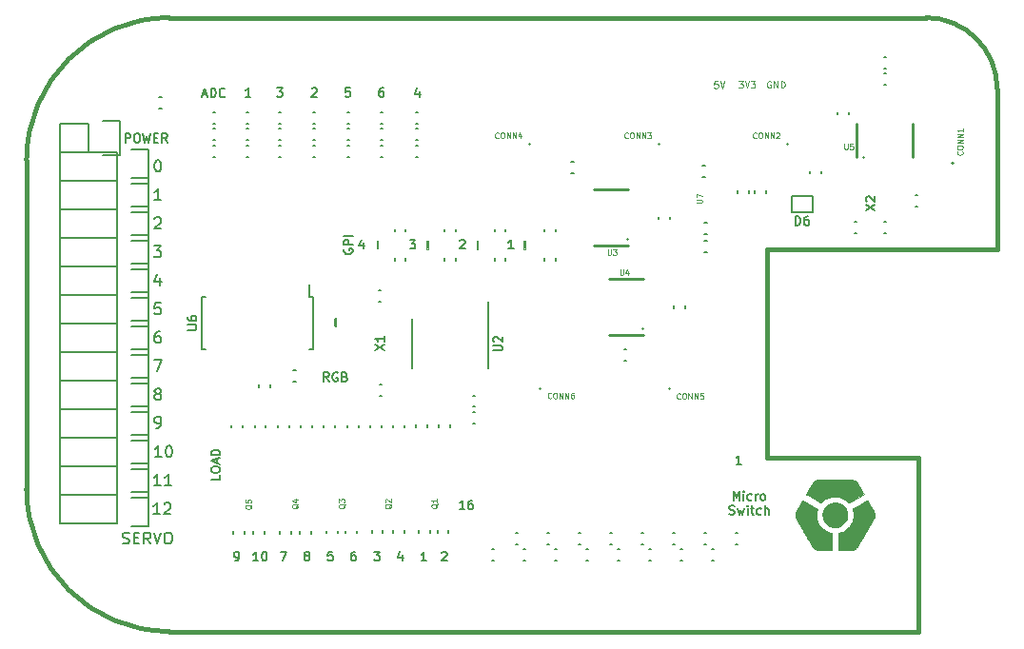
<source format=gto>
%TF.GenerationSoftware,KiCad,Pcbnew,4.0.1-stable*%
%TF.CreationDate,2016-03-14T18:21:19+01:00*%
%TF.ProjectId,cvra-cape,637672612D636170652E6B696361645F,A*%
%TF.FileFunction,Legend,Top*%
%FSLAX46Y46*%
G04 Gerber Fmt 4.6, Leading zero omitted, Abs format (unit mm)*
G04 Created by KiCad (PCBNEW 4.0.1-stable) date 2016 March 14, Monday 18:21:19*
%MOMM*%
G01*
G04 APERTURE LIST*
%ADD10C,0.100000*%
%ADD11C,0.125000*%
%ADD12C,0.200000*%
%ADD13C,0.150000*%
%ADD14C,0.250000*%
%ADD15C,0.010000*%
%ADD16C,0.381000*%
%ADD17C,0.031750*%
G04 APERTURE END LIST*
D10*
D11*
X144830814Y-64797029D02*
X144545100Y-64797029D01*
X144516529Y-65082743D01*
X144545100Y-65054171D01*
X144602243Y-65025600D01*
X144745100Y-65025600D01*
X144802243Y-65054171D01*
X144830814Y-65082743D01*
X144859386Y-65139886D01*
X144859386Y-65282743D01*
X144830814Y-65339886D01*
X144802243Y-65368457D01*
X144745100Y-65397029D01*
X144602243Y-65397029D01*
X144545100Y-65368457D01*
X144516529Y-65339886D01*
X145030815Y-64797029D02*
X145230815Y-65397029D01*
X145430815Y-64797029D01*
X146691442Y-64784329D02*
X147062871Y-64784329D01*
X146862871Y-65012900D01*
X146948585Y-65012900D01*
X147005728Y-65041471D01*
X147034299Y-65070043D01*
X147062871Y-65127186D01*
X147062871Y-65270043D01*
X147034299Y-65327186D01*
X147005728Y-65355757D01*
X146948585Y-65384329D01*
X146777157Y-65384329D01*
X146720014Y-65355757D01*
X146691442Y-65327186D01*
X147234300Y-64784329D02*
X147434300Y-65384329D01*
X147634300Y-64784329D01*
X147777157Y-64784329D02*
X148148586Y-64784329D01*
X147948586Y-65012900D01*
X148034300Y-65012900D01*
X148091443Y-65041471D01*
X148120014Y-65070043D01*
X148148586Y-65127186D01*
X148148586Y-65270043D01*
X148120014Y-65327186D01*
X148091443Y-65355757D01*
X148034300Y-65384329D01*
X147862872Y-65384329D01*
X147805729Y-65355757D01*
X147777157Y-65327186D01*
X149555258Y-64812900D02*
X149498115Y-64784329D01*
X149412401Y-64784329D01*
X149326686Y-64812900D01*
X149269544Y-64870043D01*
X149240972Y-64927186D01*
X149212401Y-65041471D01*
X149212401Y-65127186D01*
X149240972Y-65241471D01*
X149269544Y-65298614D01*
X149326686Y-65355757D01*
X149412401Y-65384329D01*
X149469544Y-65384329D01*
X149555258Y-65355757D01*
X149583829Y-65327186D01*
X149583829Y-65127186D01*
X149469544Y-65127186D01*
X149840972Y-65384329D02*
X149840972Y-64784329D01*
X150183829Y-65384329D01*
X150183829Y-64784329D01*
X150469543Y-65384329D02*
X150469543Y-64784329D01*
X150612400Y-64784329D01*
X150698115Y-64812900D01*
X150755257Y-64870043D01*
X150783829Y-64927186D01*
X150812400Y-65041471D01*
X150812400Y-65127186D01*
X150783829Y-65241471D01*
X150755257Y-65298614D01*
X150698115Y-65355757D01*
X150612400Y-65384329D01*
X150469543Y-65384329D01*
D12*
X91891124Y-105890962D02*
X92033981Y-105938581D01*
X92272077Y-105938581D01*
X92367315Y-105890962D01*
X92414934Y-105843343D01*
X92462553Y-105748105D01*
X92462553Y-105652867D01*
X92414934Y-105557629D01*
X92367315Y-105510010D01*
X92272077Y-105462390D01*
X92081600Y-105414771D01*
X91986362Y-105367152D01*
X91938743Y-105319533D01*
X91891124Y-105224295D01*
X91891124Y-105129057D01*
X91938743Y-105033819D01*
X91986362Y-104986200D01*
X92081600Y-104938581D01*
X92319696Y-104938581D01*
X92462553Y-104986200D01*
X92891124Y-105414771D02*
X93224458Y-105414771D01*
X93367315Y-105938581D02*
X92891124Y-105938581D01*
X92891124Y-104938581D01*
X93367315Y-104938581D01*
X94367315Y-105938581D02*
X94033981Y-105462390D01*
X93795886Y-105938581D02*
X93795886Y-104938581D01*
X94176839Y-104938581D01*
X94272077Y-104986200D01*
X94319696Y-105033819D01*
X94367315Y-105129057D01*
X94367315Y-105271914D01*
X94319696Y-105367152D01*
X94272077Y-105414771D01*
X94176839Y-105462390D01*
X93795886Y-105462390D01*
X94653029Y-104938581D02*
X94986362Y-105938581D01*
X95319696Y-104938581D01*
X95843505Y-104938581D02*
X96033982Y-104938581D01*
X96129220Y-104986200D01*
X96224458Y-105081438D01*
X96272077Y-105271914D01*
X96272077Y-105605248D01*
X96224458Y-105795724D01*
X96129220Y-105890962D01*
X96033982Y-105938581D01*
X95843505Y-105938581D01*
X95748267Y-105890962D01*
X95653029Y-105795724D01*
X95605410Y-105605248D01*
X95605410Y-105271914D01*
X95653029Y-105081438D01*
X95748267Y-104986200D01*
X95843505Y-104938581D01*
D13*
X122313719Y-102876305D02*
X121856576Y-102876305D01*
X122085147Y-102876305D02*
X122085147Y-102076305D01*
X122008957Y-102190590D01*
X121932766Y-102266781D01*
X121856576Y-102304876D01*
X122999433Y-102076305D02*
X122847052Y-102076305D01*
X122770862Y-102114400D01*
X122732767Y-102152495D01*
X122656576Y-102266781D01*
X122618481Y-102419162D01*
X122618481Y-102723924D01*
X122656576Y-102800114D01*
X122694671Y-102838210D01*
X122770862Y-102876305D01*
X122923243Y-102876305D01*
X122999433Y-102838210D01*
X123037529Y-102800114D01*
X123075624Y-102723924D01*
X123075624Y-102533448D01*
X123037529Y-102457257D01*
X122999433Y-102419162D01*
X122923243Y-102381067D01*
X122770862Y-102381067D01*
X122694671Y-102419162D01*
X122656576Y-102457257D01*
X122618481Y-102533448D01*
X146926272Y-98901205D02*
X146469129Y-98901205D01*
X146697700Y-98901205D02*
X146697700Y-98101205D01*
X146621510Y-98215490D01*
X146545319Y-98291681D01*
X146469129Y-98329776D01*
X146215276Y-102063505D02*
X146215276Y-101263505D01*
X146481943Y-101834933D01*
X146748610Y-101263505D01*
X146748610Y-102063505D01*
X147129562Y-102063505D02*
X147129562Y-101530171D01*
X147129562Y-101263505D02*
X147091467Y-101301600D01*
X147129562Y-101339695D01*
X147167657Y-101301600D01*
X147129562Y-101263505D01*
X147129562Y-101339695D01*
X147853371Y-102025410D02*
X147777181Y-102063505D01*
X147624800Y-102063505D01*
X147548609Y-102025410D01*
X147510514Y-101987314D01*
X147472419Y-101911124D01*
X147472419Y-101682552D01*
X147510514Y-101606362D01*
X147548609Y-101568267D01*
X147624800Y-101530171D01*
X147777181Y-101530171D01*
X147853371Y-101568267D01*
X148196228Y-102063505D02*
X148196228Y-101530171D01*
X148196228Y-101682552D02*
X148234323Y-101606362D01*
X148272419Y-101568267D01*
X148348609Y-101530171D01*
X148424800Y-101530171D01*
X148805752Y-102063505D02*
X148729561Y-102025410D01*
X148691466Y-101987314D01*
X148653371Y-101911124D01*
X148653371Y-101682552D01*
X148691466Y-101606362D01*
X148729561Y-101568267D01*
X148805752Y-101530171D01*
X148920038Y-101530171D01*
X148996228Y-101568267D01*
X149034323Y-101606362D01*
X149072419Y-101682552D01*
X149072419Y-101911124D01*
X149034323Y-101987314D01*
X148996228Y-102025410D01*
X148920038Y-102063505D01*
X148805752Y-102063505D01*
X145853372Y-103295410D02*
X145967658Y-103333505D01*
X146158134Y-103333505D01*
X146234324Y-103295410D01*
X146272420Y-103257314D01*
X146310515Y-103181124D01*
X146310515Y-103104933D01*
X146272420Y-103028743D01*
X146234324Y-102990648D01*
X146158134Y-102952552D01*
X146005753Y-102914457D01*
X145929562Y-102876362D01*
X145891467Y-102838267D01*
X145853372Y-102762076D01*
X145853372Y-102685886D01*
X145891467Y-102609695D01*
X145929562Y-102571600D01*
X146005753Y-102533505D01*
X146196229Y-102533505D01*
X146310515Y-102571600D01*
X146577182Y-102800171D02*
X146729563Y-103333505D01*
X146881944Y-102952552D01*
X147034325Y-103333505D01*
X147186706Y-102800171D01*
X147491467Y-103333505D02*
X147491467Y-102800171D01*
X147491467Y-102533505D02*
X147453372Y-102571600D01*
X147491467Y-102609695D01*
X147529562Y-102571600D01*
X147491467Y-102533505D01*
X147491467Y-102609695D01*
X147758133Y-102800171D02*
X148062895Y-102800171D01*
X147872419Y-102533505D02*
X147872419Y-103219219D01*
X147910514Y-103295410D01*
X147986705Y-103333505D01*
X148062895Y-103333505D01*
X148672419Y-103295410D02*
X148596229Y-103333505D01*
X148443848Y-103333505D01*
X148367657Y-103295410D01*
X148329562Y-103257314D01*
X148291467Y-103181124D01*
X148291467Y-102952552D01*
X148329562Y-102876362D01*
X148367657Y-102838267D01*
X148443848Y-102800171D01*
X148596229Y-102800171D01*
X148672419Y-102838267D01*
X149015276Y-103333505D02*
X149015276Y-102533505D01*
X149358133Y-103333505D02*
X149358133Y-102914457D01*
X149320038Y-102838267D01*
X149243848Y-102800171D01*
X149129562Y-102800171D01*
X149053371Y-102838267D01*
X149015276Y-102876362D01*
X103962219Y-107461005D02*
X103505076Y-107461005D01*
X103733647Y-107461005D02*
X103733647Y-106661005D01*
X103657457Y-106775290D01*
X103581266Y-106851481D01*
X103505076Y-106889576D01*
X104457457Y-106661005D02*
X104533648Y-106661005D01*
X104609838Y-106699100D01*
X104647933Y-106737195D01*
X104686029Y-106813386D01*
X104724124Y-106965767D01*
X104724124Y-107156243D01*
X104686029Y-107308624D01*
X104647933Y-107384814D01*
X104609838Y-107422910D01*
X104533648Y-107461005D01*
X104457457Y-107461005D01*
X104381267Y-107422910D01*
X104343171Y-107384814D01*
X104305076Y-107308624D01*
X104266981Y-107156243D01*
X104266981Y-106965767D01*
X104305076Y-106813386D01*
X104343171Y-106737195D01*
X104381267Y-106699100D01*
X104457457Y-106661005D01*
X105930734Y-106661005D02*
X106464067Y-106661005D01*
X106121210Y-107461005D01*
X108204010Y-107003862D02*
X108127819Y-106965767D01*
X108089724Y-106927671D01*
X108051629Y-106851481D01*
X108051629Y-106813386D01*
X108089724Y-106737195D01*
X108127819Y-106699100D01*
X108204010Y-106661005D01*
X108356391Y-106661005D01*
X108432581Y-106699100D01*
X108470677Y-106737195D01*
X108508772Y-106813386D01*
X108508772Y-106851481D01*
X108470677Y-106927671D01*
X108432581Y-106965767D01*
X108356391Y-107003862D01*
X108204010Y-107003862D01*
X108127819Y-107041957D01*
X108089724Y-107080052D01*
X108051629Y-107156243D01*
X108051629Y-107308624D01*
X108089724Y-107384814D01*
X108127819Y-107422910D01*
X108204010Y-107461005D01*
X108356391Y-107461005D01*
X108432581Y-107422910D01*
X108470677Y-107384814D01*
X108508772Y-107308624D01*
X108508772Y-107156243D01*
X108470677Y-107080052D01*
X108432581Y-107041957D01*
X108356391Y-107003862D01*
X110553477Y-106661005D02*
X110172524Y-106661005D01*
X110134429Y-107041957D01*
X110172524Y-107003862D01*
X110248715Y-106965767D01*
X110439191Y-106965767D01*
X110515381Y-107003862D01*
X110553477Y-107041957D01*
X110591572Y-107118148D01*
X110591572Y-107308624D01*
X110553477Y-107384814D01*
X110515381Y-107422910D01*
X110439191Y-107461005D01*
X110248715Y-107461005D01*
X110172524Y-107422910D01*
X110134429Y-107384814D01*
X112598181Y-106661005D02*
X112445800Y-106661005D01*
X112369610Y-106699100D01*
X112331515Y-106737195D01*
X112255324Y-106851481D01*
X112217229Y-107003862D01*
X112217229Y-107308624D01*
X112255324Y-107384814D01*
X112293419Y-107422910D01*
X112369610Y-107461005D01*
X112521991Y-107461005D01*
X112598181Y-107422910D01*
X112636277Y-107384814D01*
X112674372Y-107308624D01*
X112674372Y-107118148D01*
X112636277Y-107041957D01*
X112598181Y-107003862D01*
X112521991Y-106965767D01*
X112369610Y-106965767D01*
X112293419Y-107003862D01*
X112255324Y-107041957D01*
X112217229Y-107118148D01*
X114261934Y-106661005D02*
X114757172Y-106661005D01*
X114490505Y-106965767D01*
X114604791Y-106965767D01*
X114680981Y-107003862D01*
X114719077Y-107041957D01*
X114757172Y-107118148D01*
X114757172Y-107308624D01*
X114719077Y-107384814D01*
X114680981Y-107422910D01*
X114604791Y-107461005D01*
X114376219Y-107461005D01*
X114300029Y-107422910D01*
X114261934Y-107384814D01*
X116763781Y-106927671D02*
X116763781Y-107461005D01*
X116573305Y-106622910D02*
X116382829Y-107194338D01*
X116878067Y-107194338D01*
X118922772Y-107461005D02*
X118465629Y-107461005D01*
X118694200Y-107461005D02*
X118694200Y-106661005D01*
X118618010Y-106775290D01*
X118541819Y-106851481D01*
X118465629Y-106889576D01*
X120281729Y-106737195D02*
X120319824Y-106699100D01*
X120396015Y-106661005D01*
X120586491Y-106661005D01*
X120662681Y-106699100D01*
X120700777Y-106737195D01*
X120738872Y-106813386D01*
X120738872Y-106889576D01*
X120700777Y-107003862D01*
X120243634Y-107461005D01*
X120738872Y-107461005D01*
X101879419Y-107461005D02*
X102031800Y-107461005D01*
X102107991Y-107422910D01*
X102146086Y-107384814D01*
X102222277Y-107270529D01*
X102260372Y-107118148D01*
X102260372Y-106813386D01*
X102222277Y-106737195D01*
X102184181Y-106699100D01*
X102107991Y-106661005D01*
X101955610Y-106661005D01*
X101879419Y-106699100D01*
X101841324Y-106737195D01*
X101803229Y-106813386D01*
X101803229Y-107003862D01*
X101841324Y-107080052D01*
X101879419Y-107118148D01*
X101955610Y-107156243D01*
X102107991Y-107156243D01*
X102184181Y-107118148D01*
X102222277Y-107080052D01*
X102260372Y-107003862D01*
X100539505Y-99834585D02*
X100539505Y-100215538D01*
X99739505Y-100215538D01*
X99739505Y-99415538D02*
X99739505Y-99263157D01*
X99777600Y-99186966D01*
X99853790Y-99110776D01*
X100006171Y-99072681D01*
X100272838Y-99072681D01*
X100425219Y-99110776D01*
X100501410Y-99186966D01*
X100539505Y-99263157D01*
X100539505Y-99415538D01*
X100501410Y-99491728D01*
X100425219Y-99567919D01*
X100272838Y-99606014D01*
X100006171Y-99606014D01*
X99853790Y-99567919D01*
X99777600Y-99491728D01*
X99739505Y-99415538D01*
X100310933Y-98767919D02*
X100310933Y-98386967D01*
X100539505Y-98844110D02*
X99739505Y-98577443D01*
X100539505Y-98310776D01*
X100539505Y-98044110D02*
X99739505Y-98044110D01*
X99739505Y-97853634D01*
X99777600Y-97739348D01*
X99853790Y-97663157D01*
X99929981Y-97625062D01*
X100082362Y-97586967D01*
X100196648Y-97586967D01*
X100349029Y-97625062D01*
X100425219Y-97663157D01*
X100501410Y-97739348D01*
X100539505Y-97853634D01*
X100539505Y-98044110D01*
X111601300Y-79717852D02*
X111563205Y-79794043D01*
X111563205Y-79908328D01*
X111601300Y-80022614D01*
X111677490Y-80098805D01*
X111753681Y-80136900D01*
X111906062Y-80174995D01*
X112020348Y-80174995D01*
X112172729Y-80136900D01*
X112248919Y-80098805D01*
X112325110Y-80022614D01*
X112363205Y-79908328D01*
X112363205Y-79832138D01*
X112325110Y-79717852D01*
X112287014Y-79679757D01*
X112020348Y-79679757D01*
X112020348Y-79832138D01*
X112363205Y-79336900D02*
X111563205Y-79336900D01*
X111563205Y-79032138D01*
X111601300Y-78955947D01*
X111639395Y-78917852D01*
X111715586Y-78879757D01*
X111829871Y-78879757D01*
X111906062Y-78917852D01*
X111944157Y-78955947D01*
X111982252Y-79032138D01*
X111982252Y-79336900D01*
X112363205Y-78536900D02*
X111563205Y-78536900D01*
X126669772Y-79698805D02*
X126212629Y-79698805D01*
X126441200Y-79698805D02*
X126441200Y-78898805D01*
X126365010Y-79013090D01*
X126288819Y-79089281D01*
X126212629Y-79127376D01*
X121907329Y-78974995D02*
X121945424Y-78936900D01*
X122021615Y-78898805D01*
X122212091Y-78898805D01*
X122288281Y-78936900D01*
X122326377Y-78974995D01*
X122364472Y-79051186D01*
X122364472Y-79127376D01*
X122326377Y-79241662D01*
X121869234Y-79698805D01*
X122364472Y-79698805D01*
X117436934Y-78898805D02*
X117932172Y-78898805D01*
X117665505Y-79203567D01*
X117779791Y-79203567D01*
X117855981Y-79241662D01*
X117894077Y-79279757D01*
X117932172Y-79355948D01*
X117932172Y-79546424D01*
X117894077Y-79622614D01*
X117855981Y-79660710D01*
X117779791Y-79698805D01*
X117551219Y-79698805D01*
X117475029Y-79660710D01*
X117436934Y-79622614D01*
X113309381Y-79165471D02*
X113309381Y-79698805D01*
X113118905Y-78860710D02*
X112928429Y-79432138D01*
X113423667Y-79432138D01*
X110242419Y-91497105D02*
X109975752Y-91116152D01*
X109785276Y-91497105D02*
X109785276Y-90697105D01*
X110090038Y-90697105D01*
X110166229Y-90735200D01*
X110204324Y-90773295D01*
X110242419Y-90849486D01*
X110242419Y-90963771D01*
X110204324Y-91039962D01*
X110166229Y-91078057D01*
X110090038Y-91116152D01*
X109785276Y-91116152D01*
X111004324Y-90735200D02*
X110928133Y-90697105D01*
X110813848Y-90697105D01*
X110699562Y-90735200D01*
X110623371Y-90811390D01*
X110585276Y-90887581D01*
X110547181Y-91039962D01*
X110547181Y-91154248D01*
X110585276Y-91306629D01*
X110623371Y-91382819D01*
X110699562Y-91459010D01*
X110813848Y-91497105D01*
X110890038Y-91497105D01*
X111004324Y-91459010D01*
X111042419Y-91420914D01*
X111042419Y-91154248D01*
X110890038Y-91154248D01*
X111651943Y-91078057D02*
X111766229Y-91116152D01*
X111804324Y-91154248D01*
X111842419Y-91230438D01*
X111842419Y-91344724D01*
X111804324Y-91420914D01*
X111766229Y-91459010D01*
X111690038Y-91497105D01*
X111385276Y-91497105D01*
X111385276Y-90697105D01*
X111651943Y-90697105D01*
X111728133Y-90735200D01*
X111766229Y-90773295D01*
X111804324Y-90849486D01*
X111804324Y-90925676D01*
X111766229Y-91001867D01*
X111728133Y-91039962D01*
X111651943Y-91078057D01*
X111385276Y-91078057D01*
X118287781Y-65652671D02*
X118287781Y-66186005D01*
X118097305Y-65347910D02*
X117906829Y-65919338D01*
X118402067Y-65919338D01*
X115061981Y-65386005D02*
X114909600Y-65386005D01*
X114833410Y-65424100D01*
X114795315Y-65462195D01*
X114719124Y-65576481D01*
X114681029Y-65728862D01*
X114681029Y-66033624D01*
X114719124Y-66109814D01*
X114757219Y-66147910D01*
X114833410Y-66186005D01*
X114985791Y-66186005D01*
X115061981Y-66147910D01*
X115100077Y-66109814D01*
X115138172Y-66033624D01*
X115138172Y-65843148D01*
X115100077Y-65766957D01*
X115061981Y-65728862D01*
X114985791Y-65690767D01*
X114833410Y-65690767D01*
X114757219Y-65728862D01*
X114719124Y-65766957D01*
X114681029Y-65843148D01*
X112115577Y-65386005D02*
X111734624Y-65386005D01*
X111696529Y-65766957D01*
X111734624Y-65728862D01*
X111810815Y-65690767D01*
X112001291Y-65690767D01*
X112077481Y-65728862D01*
X112115577Y-65766957D01*
X112153672Y-65843148D01*
X112153672Y-66033624D01*
X112115577Y-66109814D01*
X112077481Y-66147910D01*
X112001291Y-66186005D01*
X111810815Y-66186005D01*
X111734624Y-66147910D01*
X111696529Y-66109814D01*
X108724729Y-65462195D02*
X108762824Y-65424100D01*
X108839015Y-65386005D01*
X109029491Y-65386005D01*
X109105681Y-65424100D01*
X109143777Y-65462195D01*
X109181872Y-65538386D01*
X109181872Y-65614576D01*
X109143777Y-65728862D01*
X108686634Y-66186005D01*
X109181872Y-66186005D01*
X105600534Y-65386005D02*
X106095772Y-65386005D01*
X105829105Y-65690767D01*
X105943391Y-65690767D01*
X106019581Y-65728862D01*
X106057677Y-65766957D01*
X106095772Y-65843148D01*
X106095772Y-66033624D01*
X106057677Y-66109814D01*
X106019581Y-66147910D01*
X105943391Y-66186005D01*
X105714819Y-66186005D01*
X105638629Y-66147910D01*
X105600534Y-66109814D01*
X103276372Y-66173305D02*
X102819229Y-66173305D01*
X103047800Y-66173305D02*
X103047800Y-65373305D01*
X102971610Y-65487590D01*
X102895419Y-65563781D01*
X102819229Y-65601876D01*
X99009324Y-65970133D02*
X99390276Y-65970133D01*
X98933133Y-66198705D02*
X99199800Y-65398705D01*
X99466467Y-66198705D01*
X99733133Y-66198705D02*
X99733133Y-65398705D01*
X99923609Y-65398705D01*
X100037895Y-65436800D01*
X100114086Y-65512990D01*
X100152181Y-65589181D01*
X100190276Y-65741562D01*
X100190276Y-65855848D01*
X100152181Y-66008229D01*
X100114086Y-66084419D01*
X100037895Y-66160610D01*
X99923609Y-66198705D01*
X99733133Y-66198705D01*
X100990276Y-66122514D02*
X100952181Y-66160610D01*
X100837895Y-66198705D01*
X100761705Y-66198705D01*
X100647419Y-66160610D01*
X100571228Y-66084419D01*
X100533133Y-66008229D01*
X100495038Y-65855848D01*
X100495038Y-65741562D01*
X100533133Y-65589181D01*
X100571228Y-65512990D01*
X100647419Y-65436800D01*
X100761705Y-65398705D01*
X100837895Y-65398705D01*
X100952181Y-65436800D01*
X100990276Y-65474895D01*
X91401900Y-71107300D02*
X86321900Y-71107300D01*
X86321900Y-71107300D02*
X86321900Y-73647300D01*
X86321900Y-73647300D02*
X91401900Y-73647300D01*
X94221900Y-73927300D02*
X92671900Y-73927300D01*
X91401900Y-73647300D02*
X91401900Y-71107300D01*
X92671900Y-70827300D02*
X94221900Y-70827300D01*
X94221900Y-70827300D02*
X94221900Y-73927300D01*
X91401900Y-73647300D02*
X86321900Y-73647300D01*
X86321900Y-73647300D02*
X86321900Y-76187300D01*
X86321900Y-76187300D02*
X91401900Y-76187300D01*
X94221900Y-76467300D02*
X92671900Y-76467300D01*
X91401900Y-76187300D02*
X91401900Y-73647300D01*
X92671900Y-73367300D02*
X94221900Y-73367300D01*
X94221900Y-73367300D02*
X94221900Y-76467300D01*
X91401900Y-76187300D02*
X86321900Y-76187300D01*
X86321900Y-76187300D02*
X86321900Y-78727300D01*
X86321900Y-78727300D02*
X91401900Y-78727300D01*
X94221900Y-79007300D02*
X92671900Y-79007300D01*
X91401900Y-78727300D02*
X91401900Y-76187300D01*
X92671900Y-75907300D02*
X94221900Y-75907300D01*
X94221900Y-75907300D02*
X94221900Y-79007300D01*
X91401900Y-78727300D02*
X86321900Y-78727300D01*
X86321900Y-78727300D02*
X86321900Y-81267300D01*
X86321900Y-81267300D02*
X91401900Y-81267300D01*
X94221900Y-81547300D02*
X92671900Y-81547300D01*
X91401900Y-81267300D02*
X91401900Y-78727300D01*
X92671900Y-78447300D02*
X94221900Y-78447300D01*
X94221900Y-78447300D02*
X94221900Y-81547300D01*
X91401900Y-81267300D02*
X86321900Y-81267300D01*
X86321900Y-81267300D02*
X86321900Y-83807300D01*
X86321900Y-83807300D02*
X91401900Y-83807300D01*
X94221900Y-84087300D02*
X92671900Y-84087300D01*
X91401900Y-83807300D02*
X91401900Y-81267300D01*
X92671900Y-80987300D02*
X94221900Y-80987300D01*
X94221900Y-80987300D02*
X94221900Y-84087300D01*
X91401900Y-83807300D02*
X86321900Y-83807300D01*
X86321900Y-83807300D02*
X86321900Y-86347300D01*
X86321900Y-86347300D02*
X91401900Y-86347300D01*
X94221900Y-86627300D02*
X92671900Y-86627300D01*
X91401900Y-86347300D02*
X91401900Y-83807300D01*
X92671900Y-83527300D02*
X94221900Y-83527300D01*
X94221900Y-83527300D02*
X94221900Y-86627300D01*
X91401900Y-86347300D02*
X86321900Y-86347300D01*
X86321900Y-86347300D02*
X86321900Y-88887300D01*
X86321900Y-88887300D02*
X91401900Y-88887300D01*
X94221900Y-89167300D02*
X92671900Y-89167300D01*
X91401900Y-88887300D02*
X91401900Y-86347300D01*
X92671900Y-86067300D02*
X94221900Y-86067300D01*
X94221900Y-86067300D02*
X94221900Y-89167300D01*
X91401900Y-88887300D02*
X86321900Y-88887300D01*
X86321900Y-88887300D02*
X86321900Y-91427300D01*
X86321900Y-91427300D02*
X91401900Y-91427300D01*
X94221900Y-91707300D02*
X92671900Y-91707300D01*
X91401900Y-91427300D02*
X91401900Y-88887300D01*
X92671900Y-88607300D02*
X94221900Y-88607300D01*
X94221900Y-88607300D02*
X94221900Y-91707300D01*
X91401900Y-91427300D02*
X86321900Y-91427300D01*
X86321900Y-91427300D02*
X86321900Y-93967300D01*
X86321900Y-93967300D02*
X91401900Y-93967300D01*
X94221900Y-94247300D02*
X92671900Y-94247300D01*
X91401900Y-93967300D02*
X91401900Y-91427300D01*
X92671900Y-91147300D02*
X94221900Y-91147300D01*
X94221900Y-91147300D02*
X94221900Y-94247300D01*
X91401900Y-93967300D02*
X86321900Y-93967300D01*
X86321900Y-93967300D02*
X86321900Y-96507300D01*
X86321900Y-96507300D02*
X91401900Y-96507300D01*
X94221900Y-96787300D02*
X92671900Y-96787300D01*
X91401900Y-96507300D02*
X91401900Y-93967300D01*
X92671900Y-93687300D02*
X94221900Y-93687300D01*
X94221900Y-93687300D02*
X94221900Y-96787300D01*
X91401900Y-96507300D02*
X86321900Y-96507300D01*
X86321900Y-96507300D02*
X86321900Y-99047300D01*
X86321900Y-99047300D02*
X91401900Y-99047300D01*
X94221900Y-99327300D02*
X92671900Y-99327300D01*
X91401900Y-99047300D02*
X91401900Y-96507300D01*
X92671900Y-96227300D02*
X94221900Y-96227300D01*
X94221900Y-96227300D02*
X94221900Y-99327300D01*
X91401900Y-99047300D02*
X86321900Y-99047300D01*
X86321900Y-99047300D02*
X86321900Y-101587300D01*
X86321900Y-101587300D02*
X91401900Y-101587300D01*
X94221900Y-101867300D02*
X92671900Y-101867300D01*
X91401900Y-101587300D02*
X91401900Y-99047300D01*
X92671900Y-98767300D02*
X94221900Y-98767300D01*
X94221900Y-98767300D02*
X94221900Y-101867300D01*
X91401900Y-101587300D02*
X86321900Y-101587300D01*
X86321900Y-101587300D02*
X86321900Y-104127300D01*
X86321900Y-104127300D02*
X91401900Y-104127300D01*
X94221900Y-104407300D02*
X92671900Y-104407300D01*
X91401900Y-104127300D02*
X91401900Y-101587300D01*
X92671900Y-101307300D02*
X94221900Y-101307300D01*
X94221900Y-101307300D02*
X94221900Y-104407300D01*
D14*
X165695500Y-72042500D02*
X165685500Y-72042500D01*
X139586500Y-70334000D02*
X139586500Y-70344000D01*
X128069500Y-70334000D02*
X128069500Y-70344000D01*
X140484700Y-92124400D02*
X140484700Y-92114400D01*
X128991200Y-92124400D02*
X128991200Y-92114400D01*
X151016500Y-70334000D02*
X151016500Y-70344000D01*
D13*
X108861000Y-83971500D02*
X108536000Y-83971500D01*
X108861000Y-88621500D02*
X108536000Y-88621500D01*
X98911000Y-88621500D02*
X99236000Y-88621500D01*
X98911000Y-83971500D02*
X99236000Y-83971500D01*
X108861000Y-83971500D02*
X108861000Y-88621500D01*
X98911000Y-83971500D02*
X98911000Y-88621500D01*
X108536000Y-83971500D02*
X108536000Y-82896500D01*
D14*
X133828000Y-79403500D02*
X136828000Y-79403500D01*
X133828000Y-74393500D02*
X136828000Y-74393500D01*
X136778000Y-78803500D02*
X136788000Y-78803500D01*
X135174200Y-87366400D02*
X138174200Y-87366400D01*
X135174200Y-82356400D02*
X138174200Y-82356400D01*
X138124200Y-86766400D02*
X138134200Y-86766400D01*
X157197500Y-68574500D02*
X157197500Y-71574500D01*
X162207500Y-68574500D02*
X162207500Y-71574500D01*
X157797500Y-71524500D02*
X157797500Y-71534500D01*
D13*
X117620800Y-85916600D02*
X117620800Y-90366600D01*
X124370800Y-84391600D02*
X124370800Y-90366600D01*
D15*
G36*
X152380731Y-102080870D02*
X152401348Y-102092414D01*
X152433871Y-102110872D01*
X152476926Y-102135456D01*
X152529140Y-102165380D01*
X152589139Y-102199857D01*
X152655549Y-102238101D01*
X152726997Y-102279326D01*
X152751366Y-102293404D01*
X152837292Y-102343049D01*
X152929401Y-102396251D01*
X153024536Y-102451187D01*
X153119540Y-102506035D01*
X153211256Y-102558972D01*
X153296526Y-102608176D01*
X153372193Y-102651823D01*
X153411766Y-102674641D01*
X153474774Y-102710984D01*
X153533043Y-102744628D01*
X153584977Y-102774650D01*
X153628976Y-102800123D01*
X153663443Y-102820122D01*
X153686779Y-102833723D01*
X153697387Y-102839998D01*
X153697852Y-102840303D01*
X153696632Y-102848775D01*
X153691432Y-102870061D01*
X153683131Y-102900753D01*
X153674694Y-102930308D01*
X153655602Y-103000666D01*
X153641150Y-103066429D01*
X153630662Y-103132332D01*
X153623459Y-103203113D01*
X153618863Y-103283507D01*
X153617254Y-103331624D01*
X153616876Y-103451198D01*
X153623100Y-103559927D01*
X153636603Y-103662831D01*
X153658061Y-103764929D01*
X153688153Y-103871240D01*
X153691493Y-103881766D01*
X153748627Y-104033223D01*
X153820298Y-104177497D01*
X153905479Y-104313640D01*
X154003141Y-104440705D01*
X154112259Y-104557742D01*
X154231805Y-104663804D01*
X154360750Y-104757941D01*
X154498069Y-104839207D01*
X154642734Y-104906652D01*
X154793718Y-104959328D01*
X154884327Y-104982865D01*
X154944233Y-104996490D01*
X154944233Y-106527600D01*
X154362150Y-106526926D01*
X154242450Y-106526723D01*
X154138535Y-106526395D01*
X154049256Y-106525918D01*
X153973465Y-106525272D01*
X153910014Y-106524433D01*
X153857755Y-106523379D01*
X153815539Y-106522088D01*
X153782217Y-106520538D01*
X153756643Y-106518705D01*
X153737666Y-106516567D01*
X153725990Y-106514522D01*
X153614093Y-106482315D01*
X153511953Y-106436471D01*
X153419937Y-106377232D01*
X153338408Y-106304840D01*
X153267731Y-106219534D01*
X153257478Y-106204737D01*
X153248171Y-106189873D01*
X153231054Y-106161361D01*
X153206677Y-106120153D01*
X153175588Y-106067201D01*
X153138334Y-106003457D01*
X153095464Y-105929874D01*
X153047527Y-105847403D01*
X152995070Y-105756997D01*
X152938641Y-105659608D01*
X152878790Y-105556187D01*
X152816064Y-105447686D01*
X152751012Y-105335059D01*
X152684182Y-105219256D01*
X152616121Y-105101230D01*
X152547379Y-104981934D01*
X152478504Y-104862318D01*
X152410044Y-104743336D01*
X152342546Y-104625938D01*
X152276561Y-104511078D01*
X152212635Y-104399708D01*
X152151316Y-104292778D01*
X152093154Y-104191243D01*
X152038697Y-104096053D01*
X151988492Y-104008160D01*
X151943088Y-103928517D01*
X151903034Y-103858076D01*
X151868877Y-103797789D01*
X151841165Y-103748608D01*
X151820448Y-103711485D01*
X151807273Y-103687372D01*
X151802749Y-103678566D01*
X151776426Y-103616241D01*
X151758138Y-103557961D01*
X151746800Y-103498341D01*
X151741326Y-103431996D01*
X151740447Y-103369533D01*
X151741302Y-103318515D01*
X151743421Y-103279289D01*
X151747438Y-103246729D01*
X151753989Y-103215704D01*
X151763708Y-103181086D01*
X151763808Y-103180755D01*
X151777528Y-103139466D01*
X151793639Y-103097031D01*
X151809115Y-103061317D01*
X151812213Y-103054986D01*
X151819131Y-103042261D01*
X151833401Y-103016797D01*
X151854169Y-102980083D01*
X151880578Y-102933610D01*
X151911773Y-102878867D01*
X151946901Y-102817346D01*
X151985104Y-102750537D01*
X152025529Y-102679929D01*
X152067319Y-102607014D01*
X152109621Y-102533281D01*
X152151578Y-102460221D01*
X152192335Y-102389324D01*
X152231038Y-102322080D01*
X152266830Y-102259980D01*
X152298858Y-102204514D01*
X152326265Y-102157172D01*
X152348197Y-102119445D01*
X152363798Y-102092823D01*
X152372214Y-102078796D01*
X152373395Y-102077024D01*
X152380731Y-102080870D01*
X152380731Y-102080870D01*
G37*
X152380731Y-102080870D02*
X152401348Y-102092414D01*
X152433871Y-102110872D01*
X152476926Y-102135456D01*
X152529140Y-102165380D01*
X152589139Y-102199857D01*
X152655549Y-102238101D01*
X152726997Y-102279326D01*
X152751366Y-102293404D01*
X152837292Y-102343049D01*
X152929401Y-102396251D01*
X153024536Y-102451187D01*
X153119540Y-102506035D01*
X153211256Y-102558972D01*
X153296526Y-102608176D01*
X153372193Y-102651823D01*
X153411766Y-102674641D01*
X153474774Y-102710984D01*
X153533043Y-102744628D01*
X153584977Y-102774650D01*
X153628976Y-102800123D01*
X153663443Y-102820122D01*
X153686779Y-102833723D01*
X153697387Y-102839998D01*
X153697852Y-102840303D01*
X153696632Y-102848775D01*
X153691432Y-102870061D01*
X153683131Y-102900753D01*
X153674694Y-102930308D01*
X153655602Y-103000666D01*
X153641150Y-103066429D01*
X153630662Y-103132332D01*
X153623459Y-103203113D01*
X153618863Y-103283507D01*
X153617254Y-103331624D01*
X153616876Y-103451198D01*
X153623100Y-103559927D01*
X153636603Y-103662831D01*
X153658061Y-103764929D01*
X153688153Y-103871240D01*
X153691493Y-103881766D01*
X153748627Y-104033223D01*
X153820298Y-104177497D01*
X153905479Y-104313640D01*
X154003141Y-104440705D01*
X154112259Y-104557742D01*
X154231805Y-104663804D01*
X154360750Y-104757941D01*
X154498069Y-104839207D01*
X154642734Y-104906652D01*
X154793718Y-104959328D01*
X154884327Y-104982865D01*
X154944233Y-104996490D01*
X154944233Y-106527600D01*
X154362150Y-106526926D01*
X154242450Y-106526723D01*
X154138535Y-106526395D01*
X154049256Y-106525918D01*
X153973465Y-106525272D01*
X153910014Y-106524433D01*
X153857755Y-106523379D01*
X153815539Y-106522088D01*
X153782217Y-106520538D01*
X153756643Y-106518705D01*
X153737666Y-106516567D01*
X153725990Y-106514522D01*
X153614093Y-106482315D01*
X153511953Y-106436471D01*
X153419937Y-106377232D01*
X153338408Y-106304840D01*
X153267731Y-106219534D01*
X153257478Y-106204737D01*
X153248171Y-106189873D01*
X153231054Y-106161361D01*
X153206677Y-106120153D01*
X153175588Y-106067201D01*
X153138334Y-106003457D01*
X153095464Y-105929874D01*
X153047527Y-105847403D01*
X152995070Y-105756997D01*
X152938641Y-105659608D01*
X152878790Y-105556187D01*
X152816064Y-105447686D01*
X152751012Y-105335059D01*
X152684182Y-105219256D01*
X152616121Y-105101230D01*
X152547379Y-104981934D01*
X152478504Y-104862318D01*
X152410044Y-104743336D01*
X152342546Y-104625938D01*
X152276561Y-104511078D01*
X152212635Y-104399708D01*
X152151316Y-104292778D01*
X152093154Y-104191243D01*
X152038697Y-104096053D01*
X151988492Y-104008160D01*
X151943088Y-103928517D01*
X151903034Y-103858076D01*
X151868877Y-103797789D01*
X151841165Y-103748608D01*
X151820448Y-103711485D01*
X151807273Y-103687372D01*
X151802749Y-103678566D01*
X151776426Y-103616241D01*
X151758138Y-103557961D01*
X151746800Y-103498341D01*
X151741326Y-103431996D01*
X151740447Y-103369533D01*
X151741302Y-103318515D01*
X151743421Y-103279289D01*
X151747438Y-103246729D01*
X151753989Y-103215704D01*
X151763708Y-103181086D01*
X151763808Y-103180755D01*
X151777528Y-103139466D01*
X151793639Y-103097031D01*
X151809115Y-103061317D01*
X151812213Y-103054986D01*
X151819131Y-103042261D01*
X151833401Y-103016797D01*
X151854169Y-102980083D01*
X151880578Y-102933610D01*
X151911773Y-102878867D01*
X151946901Y-102817346D01*
X151985104Y-102750537D01*
X152025529Y-102679929D01*
X152067319Y-102607014D01*
X152109621Y-102533281D01*
X152151578Y-102460221D01*
X152192335Y-102389324D01*
X152231038Y-102322080D01*
X152266830Y-102259980D01*
X152298858Y-102204514D01*
X152326265Y-102157172D01*
X152348197Y-102119445D01*
X152363798Y-102092823D01*
X152372214Y-102078796D01*
X152373395Y-102077024D01*
X152380731Y-102080870D01*
G36*
X158147246Y-102089833D02*
X158160432Y-102110288D01*
X158180267Y-102142596D01*
X158205916Y-102185309D01*
X158236546Y-102236976D01*
X158271323Y-102296150D01*
X158309413Y-102361382D01*
X158349984Y-102431222D01*
X158392201Y-102504221D01*
X158435230Y-102578931D01*
X158478239Y-102653903D01*
X158520393Y-102727687D01*
X158560859Y-102798835D01*
X158598804Y-102865898D01*
X158633393Y-102927426D01*
X158663793Y-102981972D01*
X158689171Y-103028085D01*
X158708693Y-103064317D01*
X158721525Y-103089220D01*
X158725458Y-103097631D01*
X158757505Y-103192859D01*
X158775648Y-103294283D01*
X158779885Y-103398462D01*
X158770217Y-103501953D01*
X158746643Y-103601315D01*
X158725546Y-103658166D01*
X158718451Y-103672182D01*
X158703401Y-103699899D01*
X158680940Y-103740373D01*
X158651611Y-103792661D01*
X158615958Y-103855817D01*
X158574526Y-103928897D01*
X158527857Y-104010957D01*
X158476496Y-104101053D01*
X158420987Y-104198239D01*
X158361873Y-104301573D01*
X158299698Y-104410109D01*
X158235005Y-104522903D01*
X158168340Y-104639011D01*
X158100245Y-104757488D01*
X158031264Y-104877390D01*
X157961941Y-104997773D01*
X157892820Y-105117692D01*
X157824445Y-105236203D01*
X157757359Y-105352361D01*
X157692107Y-105465223D01*
X157629231Y-105573844D01*
X157569277Y-105677279D01*
X157512787Y-105774584D01*
X157460305Y-105864814D01*
X157412376Y-105947027D01*
X157369543Y-106020276D01*
X157332349Y-106083618D01*
X157301339Y-106136108D01*
X157277057Y-106176802D01*
X157260046Y-106204756D01*
X157251150Y-106218603D01*
X157198979Y-106282429D01*
X157135229Y-106343818D01*
X157064389Y-106399184D01*
X156990948Y-106444942D01*
X156933900Y-106471997D01*
X156910491Y-106481475D01*
X156889986Y-106489695D01*
X156871049Y-106496751D01*
X156852345Y-106502738D01*
X156832539Y-106507751D01*
X156810296Y-106511883D01*
X156784281Y-106515230D01*
X156753158Y-106517887D01*
X156715593Y-106519947D01*
X156670250Y-106521506D01*
X156615795Y-106522658D01*
X156550892Y-106523498D01*
X156474206Y-106524119D01*
X156384402Y-106524618D01*
X156280146Y-106525088D01*
X156178250Y-106525541D01*
X155570766Y-106528333D01*
X155570766Y-104997515D01*
X155659333Y-104975421D01*
X155817129Y-104927491D01*
X155967956Y-104864553D01*
X156110916Y-104787409D01*
X156245110Y-104696857D01*
X156369643Y-104593700D01*
X156483614Y-104478735D01*
X156586127Y-104352765D01*
X156676284Y-104216589D01*
X156753187Y-104071007D01*
X156800930Y-103957966D01*
X156841139Y-103839834D01*
X156870621Y-103723869D01*
X156890185Y-103605477D01*
X156900638Y-103480061D01*
X156902988Y-103378000D01*
X156902055Y-103293540D01*
X156898644Y-103220713D01*
X156892099Y-103154316D01*
X156881767Y-103089145D01*
X156866993Y-103019999D01*
X156849006Y-102948741D01*
X156839048Y-102910567D01*
X156830951Y-102878263D01*
X156825591Y-102855416D01*
X156823833Y-102845833D01*
X156830633Y-102837680D01*
X156848290Y-102824700D01*
X156868283Y-102812453D01*
X156892337Y-102798686D01*
X156926794Y-102778865D01*
X156967414Y-102755432D01*
X157009954Y-102730833D01*
X157018567Y-102725845D01*
X157064088Y-102699495D01*
X157121298Y-102666415D01*
X157188184Y-102627767D01*
X157262729Y-102584711D01*
X157342922Y-102538412D01*
X157426747Y-102490029D01*
X157512190Y-102440726D01*
X157597237Y-102391665D01*
X157679875Y-102344007D01*
X157758088Y-102298915D01*
X157829863Y-102257551D01*
X157893186Y-102221076D01*
X157946042Y-102190653D01*
X157986418Y-102167444D01*
X157989140Y-102165881D01*
X158034021Y-102140324D01*
X158074006Y-102117950D01*
X158106742Y-102100042D01*
X158129876Y-102087885D01*
X158141056Y-102082763D01*
X158141540Y-102082681D01*
X158147246Y-102089833D01*
X158147246Y-102089833D01*
G37*
X158147246Y-102089833D02*
X158160432Y-102110288D01*
X158180267Y-102142596D01*
X158205916Y-102185309D01*
X158236546Y-102236976D01*
X158271323Y-102296150D01*
X158309413Y-102361382D01*
X158349984Y-102431222D01*
X158392201Y-102504221D01*
X158435230Y-102578931D01*
X158478239Y-102653903D01*
X158520393Y-102727687D01*
X158560859Y-102798835D01*
X158598804Y-102865898D01*
X158633393Y-102927426D01*
X158663793Y-102981972D01*
X158689171Y-103028085D01*
X158708693Y-103064317D01*
X158721525Y-103089220D01*
X158725458Y-103097631D01*
X158757505Y-103192859D01*
X158775648Y-103294283D01*
X158779885Y-103398462D01*
X158770217Y-103501953D01*
X158746643Y-103601315D01*
X158725546Y-103658166D01*
X158718451Y-103672182D01*
X158703401Y-103699899D01*
X158680940Y-103740373D01*
X158651611Y-103792661D01*
X158615958Y-103855817D01*
X158574526Y-103928897D01*
X158527857Y-104010957D01*
X158476496Y-104101053D01*
X158420987Y-104198239D01*
X158361873Y-104301573D01*
X158299698Y-104410109D01*
X158235005Y-104522903D01*
X158168340Y-104639011D01*
X158100245Y-104757488D01*
X158031264Y-104877390D01*
X157961941Y-104997773D01*
X157892820Y-105117692D01*
X157824445Y-105236203D01*
X157757359Y-105352361D01*
X157692107Y-105465223D01*
X157629231Y-105573844D01*
X157569277Y-105677279D01*
X157512787Y-105774584D01*
X157460305Y-105864814D01*
X157412376Y-105947027D01*
X157369543Y-106020276D01*
X157332349Y-106083618D01*
X157301339Y-106136108D01*
X157277057Y-106176802D01*
X157260046Y-106204756D01*
X157251150Y-106218603D01*
X157198979Y-106282429D01*
X157135229Y-106343818D01*
X157064389Y-106399184D01*
X156990948Y-106444942D01*
X156933900Y-106471997D01*
X156910491Y-106481475D01*
X156889986Y-106489695D01*
X156871049Y-106496751D01*
X156852345Y-106502738D01*
X156832539Y-106507751D01*
X156810296Y-106511883D01*
X156784281Y-106515230D01*
X156753158Y-106517887D01*
X156715593Y-106519947D01*
X156670250Y-106521506D01*
X156615795Y-106522658D01*
X156550892Y-106523498D01*
X156474206Y-106524119D01*
X156384402Y-106524618D01*
X156280146Y-106525088D01*
X156178250Y-106525541D01*
X155570766Y-106528333D01*
X155570766Y-104997515D01*
X155659333Y-104975421D01*
X155817129Y-104927491D01*
X155967956Y-104864553D01*
X156110916Y-104787409D01*
X156245110Y-104696857D01*
X156369643Y-104593700D01*
X156483614Y-104478735D01*
X156586127Y-104352765D01*
X156676284Y-104216589D01*
X156753187Y-104071007D01*
X156800930Y-103957966D01*
X156841139Y-103839834D01*
X156870621Y-103723869D01*
X156890185Y-103605477D01*
X156900638Y-103480061D01*
X156902988Y-103378000D01*
X156902055Y-103293540D01*
X156898644Y-103220713D01*
X156892099Y-103154316D01*
X156881767Y-103089145D01*
X156866993Y-103019999D01*
X156849006Y-102948741D01*
X156839048Y-102910567D01*
X156830951Y-102878263D01*
X156825591Y-102855416D01*
X156823833Y-102845833D01*
X156830633Y-102837680D01*
X156848290Y-102824700D01*
X156868283Y-102812453D01*
X156892337Y-102798686D01*
X156926794Y-102778865D01*
X156967414Y-102755432D01*
X157009954Y-102730833D01*
X157018567Y-102725845D01*
X157064088Y-102699495D01*
X157121298Y-102666415D01*
X157188184Y-102627767D01*
X157262729Y-102584711D01*
X157342922Y-102538412D01*
X157426747Y-102490029D01*
X157512190Y-102440726D01*
X157597237Y-102391665D01*
X157679875Y-102344007D01*
X157758088Y-102298915D01*
X157829863Y-102257551D01*
X157893186Y-102221076D01*
X157946042Y-102190653D01*
X157986418Y-102167444D01*
X157989140Y-102165881D01*
X158034021Y-102140324D01*
X158074006Y-102117950D01*
X158106742Y-102100042D01*
X158129876Y-102087885D01*
X158141056Y-102082763D01*
X158141540Y-102082681D01*
X158147246Y-102089833D01*
G36*
X155387812Y-102288329D02*
X155467749Y-102299936D01*
X155475378Y-102301506D01*
X155608018Y-102337991D01*
X155733047Y-102388981D01*
X155849514Y-102453622D01*
X155956467Y-102531057D01*
X156052952Y-102620429D01*
X156138017Y-102720882D01*
X156210711Y-102831559D01*
X156270079Y-102951606D01*
X156305455Y-103047800D01*
X156324662Y-103113448D01*
X156338291Y-103173431D01*
X156347105Y-103233142D01*
X156351866Y-103297977D01*
X156353336Y-103373332D01*
X156353318Y-103386466D01*
X156351450Y-103466086D01*
X156345866Y-103534775D01*
X156335652Y-103598304D01*
X156319895Y-103662442D01*
X156299101Y-103728771D01*
X156248247Y-103853405D01*
X156183339Y-103969510D01*
X156105473Y-104076120D01*
X156015744Y-104172271D01*
X155915248Y-104256998D01*
X155805080Y-104329336D01*
X155686337Y-104388322D01*
X155560113Y-104432989D01*
X155475820Y-104453636D01*
X155406515Y-104464702D01*
X155329350Y-104471929D01*
X155250745Y-104475021D01*
X155177118Y-104473684D01*
X155129189Y-104469615D01*
X154996934Y-104444981D01*
X154870225Y-104405039D01*
X154750219Y-104350725D01*
X154638076Y-104282973D01*
X154534952Y-104202717D01*
X154442006Y-104110891D01*
X154360396Y-104008429D01*
X154291281Y-103896267D01*
X154235817Y-103775337D01*
X154222132Y-103737833D01*
X154192611Y-103638831D01*
X154173805Y-103542210D01*
X154164612Y-103441238D01*
X154163251Y-103378000D01*
X154170607Y-103248304D01*
X154192209Y-103121188D01*
X154227353Y-102999725D01*
X154275337Y-102886991D01*
X154275387Y-102886893D01*
X154315894Y-102815711D01*
X154366295Y-102741286D01*
X154422256Y-102669550D01*
X154479439Y-102606439D01*
X154482570Y-102603300D01*
X154585956Y-102511844D01*
X154697950Y-102434859D01*
X154817937Y-102372678D01*
X154945301Y-102325635D01*
X155037929Y-102302015D01*
X155117749Y-102289590D01*
X155206727Y-102283163D01*
X155298776Y-102282741D01*
X155387812Y-102288329D01*
X155387812Y-102288329D01*
G37*
X155387812Y-102288329D02*
X155467749Y-102299936D01*
X155475378Y-102301506D01*
X155608018Y-102337991D01*
X155733047Y-102388981D01*
X155849514Y-102453622D01*
X155956467Y-102531057D01*
X156052952Y-102620429D01*
X156138017Y-102720882D01*
X156210711Y-102831559D01*
X156270079Y-102951606D01*
X156305455Y-103047800D01*
X156324662Y-103113448D01*
X156338291Y-103173431D01*
X156347105Y-103233142D01*
X156351866Y-103297977D01*
X156353336Y-103373332D01*
X156353318Y-103386466D01*
X156351450Y-103466086D01*
X156345866Y-103534775D01*
X156335652Y-103598304D01*
X156319895Y-103662442D01*
X156299101Y-103728771D01*
X156248247Y-103853405D01*
X156183339Y-103969510D01*
X156105473Y-104076120D01*
X156015744Y-104172271D01*
X155915248Y-104256998D01*
X155805080Y-104329336D01*
X155686337Y-104388322D01*
X155560113Y-104432989D01*
X155475820Y-104453636D01*
X155406515Y-104464702D01*
X155329350Y-104471929D01*
X155250745Y-104475021D01*
X155177118Y-104473684D01*
X155129189Y-104469615D01*
X154996934Y-104444981D01*
X154870225Y-104405039D01*
X154750219Y-104350725D01*
X154638076Y-104282973D01*
X154534952Y-104202717D01*
X154442006Y-104110891D01*
X154360396Y-104008429D01*
X154291281Y-103896267D01*
X154235817Y-103775337D01*
X154222132Y-103737833D01*
X154192611Y-103638831D01*
X154173805Y-103542210D01*
X154164612Y-103441238D01*
X154163251Y-103378000D01*
X154170607Y-103248304D01*
X154192209Y-103121188D01*
X154227353Y-102999725D01*
X154275337Y-102886991D01*
X154275387Y-102886893D01*
X154315894Y-102815711D01*
X154366295Y-102741286D01*
X154422256Y-102669550D01*
X154479439Y-102606439D01*
X154482570Y-102603300D01*
X154585956Y-102511844D01*
X154697950Y-102434859D01*
X154817937Y-102372678D01*
X154945301Y-102325635D01*
X155037929Y-102302015D01*
X155117749Y-102289590D01*
X155206727Y-102283163D01*
X155298776Y-102282741D01*
X155387812Y-102288329D01*
G36*
X155449482Y-100232639D02*
X155621056Y-100232661D01*
X155777214Y-100232708D01*
X155918714Y-100232787D01*
X156046316Y-100232905D01*
X156160777Y-100233070D01*
X156262858Y-100233289D01*
X156353315Y-100233571D01*
X156432908Y-100233922D01*
X156502396Y-100234349D01*
X156562537Y-100234862D01*
X156614090Y-100235466D01*
X156657813Y-100236170D01*
X156694465Y-100236981D01*
X156724805Y-100237906D01*
X156749592Y-100238954D01*
X156769583Y-100240132D01*
X156785538Y-100241446D01*
X156798216Y-100242906D01*
X156808374Y-100244517D01*
X156816772Y-100246289D01*
X156823833Y-100248133D01*
X156917989Y-100278983D01*
X156999352Y-100315543D01*
X157071661Y-100359843D01*
X157138649Y-100413910D01*
X157151904Y-100426232D01*
X157174544Y-100448192D01*
X157195034Y-100469413D01*
X157214475Y-100491524D01*
X157233966Y-100516157D01*
X157254606Y-100544944D01*
X157277494Y-100579515D01*
X157303729Y-100621502D01*
X157334411Y-100672536D01*
X157370638Y-100734248D01*
X157413511Y-100808268D01*
X157437952Y-100850700D01*
X157480044Y-100923843D01*
X157525757Y-101003254D01*
X157572817Y-101084984D01*
X157618949Y-101165084D01*
X157661880Y-101239605D01*
X157699336Y-101304598D01*
X157709305Y-101321889D01*
X157829643Y-101530613D01*
X157172222Y-101909580D01*
X157075243Y-101965479D01*
X156982442Y-102018964D01*
X156894869Y-102069430D01*
X156813575Y-102116270D01*
X156739610Y-102158881D01*
X156674024Y-102196657D01*
X156617868Y-102228994D01*
X156572193Y-102255286D01*
X156538048Y-102274928D01*
X156516485Y-102287315D01*
X156508562Y-102291837D01*
X156500437Y-102287530D01*
X156483889Y-102273237D01*
X156461816Y-102251566D01*
X156449833Y-102239012D01*
X156350514Y-102143394D01*
X156237876Y-102053776D01*
X156115068Y-101972222D01*
X155985240Y-101900795D01*
X155851542Y-101841560D01*
X155831550Y-101833929D01*
X155676187Y-101784808D01*
X155517029Y-101751720D01*
X155355519Y-101734596D01*
X155193099Y-101733365D01*
X155031215Y-101747958D01*
X154871308Y-101778306D01*
X154714823Y-101824339D01*
X154563202Y-101885988D01*
X154542067Y-101896045D01*
X154409830Y-101967224D01*
X154288366Y-102047905D01*
X154173934Y-102140777D01*
X154089100Y-102221435D01*
X154061006Y-102249481D01*
X154037318Y-102272444D01*
X154020484Y-102287999D01*
X154012953Y-102293820D01*
X154012900Y-102293820D01*
X154005109Y-102289621D01*
X153983711Y-102277543D01*
X153949756Y-102258189D01*
X153904292Y-102232164D01*
X153848369Y-102200068D01*
X153783037Y-102162507D01*
X153709343Y-102120083D01*
X153628337Y-102073399D01*
X153541069Y-102023059D01*
X153448587Y-101969665D01*
X153356733Y-101916591D01*
X153260164Y-101860740D01*
X153167764Y-101807241D01*
X153080590Y-101756709D01*
X152999698Y-101709758D01*
X152926143Y-101667004D01*
X152860981Y-101629060D01*
X152805267Y-101596543D01*
X152760058Y-101570065D01*
X152726408Y-101550243D01*
X152705374Y-101537690D01*
X152698046Y-101533065D01*
X152700787Y-101524592D01*
X152711355Y-101502992D01*
X152728924Y-101469692D01*
X152752668Y-101426120D01*
X152781760Y-101373704D01*
X152815373Y-101313873D01*
X152852682Y-101248054D01*
X152892860Y-101177674D01*
X152935081Y-101104162D01*
X152978518Y-101028945D01*
X153022346Y-100953452D01*
X153065738Y-100879111D01*
X153107868Y-100807348D01*
X153147908Y-100739593D01*
X153185034Y-100677272D01*
X153218419Y-100621814D01*
X153247236Y-100574647D01*
X153270659Y-100537198D01*
X153287862Y-100510896D01*
X153296450Y-100499013D01*
X153368553Y-100422721D01*
X153452585Y-100356704D01*
X153545859Y-100302683D01*
X153645691Y-100262379D01*
X153682700Y-100251563D01*
X153754666Y-100232633D01*
X155261733Y-100232633D01*
X155449482Y-100232639D01*
X155449482Y-100232639D01*
G37*
X155449482Y-100232639D02*
X155621056Y-100232661D01*
X155777214Y-100232708D01*
X155918714Y-100232787D01*
X156046316Y-100232905D01*
X156160777Y-100233070D01*
X156262858Y-100233289D01*
X156353315Y-100233571D01*
X156432908Y-100233922D01*
X156502396Y-100234349D01*
X156562537Y-100234862D01*
X156614090Y-100235466D01*
X156657813Y-100236170D01*
X156694465Y-100236981D01*
X156724805Y-100237906D01*
X156749592Y-100238954D01*
X156769583Y-100240132D01*
X156785538Y-100241446D01*
X156798216Y-100242906D01*
X156808374Y-100244517D01*
X156816772Y-100246289D01*
X156823833Y-100248133D01*
X156917989Y-100278983D01*
X156999352Y-100315543D01*
X157071661Y-100359843D01*
X157138649Y-100413910D01*
X157151904Y-100426232D01*
X157174544Y-100448192D01*
X157195034Y-100469413D01*
X157214475Y-100491524D01*
X157233966Y-100516157D01*
X157254606Y-100544944D01*
X157277494Y-100579515D01*
X157303729Y-100621502D01*
X157334411Y-100672536D01*
X157370638Y-100734248D01*
X157413511Y-100808268D01*
X157437952Y-100850700D01*
X157480044Y-100923843D01*
X157525757Y-101003254D01*
X157572817Y-101084984D01*
X157618949Y-101165084D01*
X157661880Y-101239605D01*
X157699336Y-101304598D01*
X157709305Y-101321889D01*
X157829643Y-101530613D01*
X157172222Y-101909580D01*
X157075243Y-101965479D01*
X156982442Y-102018964D01*
X156894869Y-102069430D01*
X156813575Y-102116270D01*
X156739610Y-102158881D01*
X156674024Y-102196657D01*
X156617868Y-102228994D01*
X156572193Y-102255286D01*
X156538048Y-102274928D01*
X156516485Y-102287315D01*
X156508562Y-102291837D01*
X156500437Y-102287530D01*
X156483889Y-102273237D01*
X156461816Y-102251566D01*
X156449833Y-102239012D01*
X156350514Y-102143394D01*
X156237876Y-102053776D01*
X156115068Y-101972222D01*
X155985240Y-101900795D01*
X155851542Y-101841560D01*
X155831550Y-101833929D01*
X155676187Y-101784808D01*
X155517029Y-101751720D01*
X155355519Y-101734596D01*
X155193099Y-101733365D01*
X155031215Y-101747958D01*
X154871308Y-101778306D01*
X154714823Y-101824339D01*
X154563202Y-101885988D01*
X154542067Y-101896045D01*
X154409830Y-101967224D01*
X154288366Y-102047905D01*
X154173934Y-102140777D01*
X154089100Y-102221435D01*
X154061006Y-102249481D01*
X154037318Y-102272444D01*
X154020484Y-102287999D01*
X154012953Y-102293820D01*
X154012900Y-102293820D01*
X154005109Y-102289621D01*
X153983711Y-102277543D01*
X153949756Y-102258189D01*
X153904292Y-102232164D01*
X153848369Y-102200068D01*
X153783037Y-102162507D01*
X153709343Y-102120083D01*
X153628337Y-102073399D01*
X153541069Y-102023059D01*
X153448587Y-101969665D01*
X153356733Y-101916591D01*
X153260164Y-101860740D01*
X153167764Y-101807241D01*
X153080590Y-101756709D01*
X152999698Y-101709758D01*
X152926143Y-101667004D01*
X152860981Y-101629060D01*
X152805267Y-101596543D01*
X152760058Y-101570065D01*
X152726408Y-101550243D01*
X152705374Y-101537690D01*
X152698046Y-101533065D01*
X152700787Y-101524592D01*
X152711355Y-101502992D01*
X152728924Y-101469692D01*
X152752668Y-101426120D01*
X152781760Y-101373704D01*
X152815373Y-101313873D01*
X152852682Y-101248054D01*
X152892860Y-101177674D01*
X152935081Y-101104162D01*
X152978518Y-101028945D01*
X153022346Y-100953452D01*
X153065738Y-100879111D01*
X153107868Y-100807348D01*
X153147908Y-100739593D01*
X153185034Y-100677272D01*
X153218419Y-100621814D01*
X153247236Y-100574647D01*
X153270659Y-100537198D01*
X153287862Y-100510896D01*
X153296450Y-100499013D01*
X153368553Y-100422721D01*
X153452585Y-100356704D01*
X153545859Y-100302683D01*
X153645691Y-100262379D01*
X153682700Y-100251563D01*
X153754666Y-100232633D01*
X155261733Y-100232633D01*
X155449482Y-100232639D01*
D16*
X96037400Y-113741200D02*
X162712400Y-113741200D01*
X162712400Y-98247200D02*
X149250400Y-98247200D01*
X162712400Y-113741200D02*
X162712400Y-98247200D01*
X169697400Y-79705200D02*
X169697400Y-66751200D01*
X169697400Y-79705200D02*
X149250400Y-79705200D01*
X149250400Y-79705200D02*
X149250400Y-98247200D01*
X169697400Y-65481200D02*
X169697400Y-66751200D01*
X96037400Y-59131200D02*
X163347400Y-59131200D01*
X83337400Y-71831200D02*
X83337400Y-101041200D01*
X96037400Y-59131200D02*
G75*
G03X83337400Y-71831200I0J-12700000D01*
G01*
X83337400Y-101041200D02*
G75*
G03X96037400Y-113741200I12700000J0D01*
G01*
X169697400Y-65481200D02*
G75*
G03X163347400Y-59131200I-6350000J0D01*
G01*
D13*
X153249200Y-75042800D02*
X151449200Y-75042800D01*
X153249200Y-76442800D02*
X153249200Y-75042800D01*
X151449200Y-76442800D02*
X153249200Y-76442800D01*
X151449200Y-75042800D02*
X151449200Y-76442800D01*
X88849200Y-71107300D02*
X86309200Y-71107300D01*
X91669200Y-71387300D02*
X90119200Y-71387300D01*
X88849200Y-71107300D02*
X88849200Y-68567300D01*
X90119200Y-68287300D02*
X91669200Y-68287300D01*
X91669200Y-68287300D02*
X91669200Y-71387300D01*
X88849200Y-68567300D02*
X86309200Y-68567300D01*
X86309200Y-68567300D02*
X86309200Y-71107300D01*
X154043000Y-72786800D02*
X154043000Y-72986800D01*
X153043000Y-72786800D02*
X153043000Y-72986800D01*
X143662500Y-79002000D02*
X143862500Y-79002000D01*
X143662500Y-80002000D02*
X143862500Y-80002000D01*
X101544500Y-95602500D02*
X101544500Y-95402500D01*
X102544500Y-95602500D02*
X102544500Y-95402500D01*
X103640000Y-95605500D02*
X103640000Y-95405500D01*
X104640000Y-95605500D02*
X104640000Y-95405500D01*
X103474900Y-105028900D02*
X103474900Y-104828900D01*
X104474900Y-105028900D02*
X104474900Y-104828900D01*
X101747700Y-105025900D02*
X101747700Y-104825900D01*
X102747700Y-105025900D02*
X102747700Y-104825900D01*
X105735500Y-95602500D02*
X105735500Y-95402500D01*
X106735500Y-95602500D02*
X106735500Y-95402500D01*
X107767500Y-95602500D02*
X107767500Y-95402500D01*
X108767500Y-95602500D02*
X108767500Y-95402500D01*
X107653200Y-105025900D02*
X107653200Y-104825900D01*
X108653200Y-105025900D02*
X108653200Y-104825900D01*
X105875200Y-105025900D02*
X105875200Y-104825900D01*
X106875200Y-105025900D02*
X106875200Y-104825900D01*
X109799500Y-95602500D02*
X109799500Y-95402500D01*
X110799500Y-95602500D02*
X110799500Y-95402500D01*
X111895000Y-95605500D02*
X111895000Y-95405500D01*
X112895000Y-95605500D02*
X112895000Y-95405500D01*
X111717200Y-105003500D02*
X111717200Y-104803500D01*
X112717200Y-105003500D02*
X112717200Y-104803500D01*
X110040800Y-105003500D02*
X110040800Y-104803500D01*
X111040800Y-105003500D02*
X111040800Y-104803500D01*
X113927000Y-95602500D02*
X113927000Y-95402500D01*
X114927000Y-95602500D02*
X114927000Y-95402500D01*
X115959000Y-95580100D02*
X115959000Y-95380100D01*
X116959000Y-95580100D02*
X116959000Y-95380100D01*
X115984400Y-104952700D02*
X115984400Y-104752700D01*
X116984400Y-104952700D02*
X116984400Y-104752700D01*
X114054000Y-104952700D02*
X114054000Y-104752700D01*
X115054000Y-104952700D02*
X115054000Y-104752700D01*
X105021000Y-91784500D02*
X105021000Y-91984500D01*
X104021000Y-91784500D02*
X104021000Y-91984500D01*
X117991000Y-95539000D02*
X117991000Y-95339000D01*
X118991000Y-95539000D02*
X118991000Y-95339000D01*
X120023000Y-95539000D02*
X120023000Y-95339000D01*
X121023000Y-95539000D02*
X121023000Y-95339000D01*
X119896000Y-104949700D02*
X119896000Y-104749700D01*
X120896000Y-104949700D02*
X120896000Y-104749700D01*
X118245000Y-104940000D02*
X118245000Y-104740000D01*
X119245000Y-104940000D02*
X119245000Y-104740000D01*
X117086000Y-80546500D02*
X117086000Y-80746500D01*
X116086000Y-80546500D02*
X116086000Y-80746500D01*
X121531000Y-80543500D02*
X121531000Y-80743500D01*
X120531000Y-80543500D02*
X120531000Y-80743500D01*
X125976000Y-80543500D02*
X125976000Y-80743500D01*
X124976000Y-80543500D02*
X124976000Y-80743500D01*
X130421000Y-80545000D02*
X130421000Y-80745000D01*
X129421000Y-80545000D02*
X129421000Y-80745000D01*
X115033500Y-70032500D02*
X114833500Y-70032500D01*
X115033500Y-69032500D02*
X114833500Y-69032500D01*
X114835000Y-70493000D02*
X115035000Y-70493000D01*
X114835000Y-71493000D02*
X115035000Y-71493000D01*
X112052000Y-70032500D02*
X111852000Y-70032500D01*
X112052000Y-69032500D02*
X111852000Y-69032500D01*
X111849000Y-70493000D02*
X112049000Y-70493000D01*
X111849000Y-71493000D02*
X112049000Y-71493000D01*
X124939500Y-107434000D02*
X124739500Y-107434000D01*
X124939500Y-106434000D02*
X124739500Y-106434000D01*
X127038000Y-105973500D02*
X126838000Y-105973500D01*
X127038000Y-104973500D02*
X126838000Y-104973500D01*
X127735000Y-107434000D02*
X127535000Y-107434000D01*
X127735000Y-106434000D02*
X127535000Y-106434000D01*
X129832000Y-105973500D02*
X129632000Y-105973500D01*
X129832000Y-104973500D02*
X129632000Y-104973500D01*
X130530500Y-107434000D02*
X130330500Y-107434000D01*
X130530500Y-106434000D02*
X130330500Y-106434000D01*
X132626000Y-105973500D02*
X132426000Y-105973500D01*
X132626000Y-104973500D02*
X132426000Y-104973500D01*
X118145000Y-70032500D02*
X117945000Y-70032500D01*
X118145000Y-69032500D02*
X117945000Y-69032500D01*
X117945000Y-70493000D02*
X118145000Y-70493000D01*
X117945000Y-71493000D02*
X118145000Y-71493000D01*
X105956000Y-70032500D02*
X105756000Y-70032500D01*
X105956000Y-69032500D02*
X105756000Y-69032500D01*
X105753000Y-70493000D02*
X105953000Y-70493000D01*
X105753000Y-71493000D02*
X105953000Y-71493000D01*
X133324500Y-107434000D02*
X133124500Y-107434000D01*
X133324500Y-106434000D02*
X133124500Y-106434000D01*
X135418500Y-105973500D02*
X135218500Y-105973500D01*
X135418500Y-104973500D02*
X135218500Y-104973500D01*
X136118500Y-107434000D02*
X135918500Y-107434000D01*
X136118500Y-106434000D02*
X135918500Y-106434000D01*
X138214000Y-105973500D02*
X138014000Y-105973500D01*
X138214000Y-104973500D02*
X138014000Y-104973500D01*
X138912500Y-107434000D02*
X138712500Y-107434000D01*
X138912500Y-106434000D02*
X138712500Y-106434000D01*
X141008000Y-105973500D02*
X140808000Y-105973500D01*
X141008000Y-104973500D02*
X140808000Y-104973500D01*
X109001000Y-70032500D02*
X108801000Y-70032500D01*
X109001000Y-69032500D02*
X108801000Y-69032500D01*
X108801000Y-70493000D02*
X109001000Y-70493000D01*
X108801000Y-71493000D02*
X109001000Y-71493000D01*
X103095500Y-70032500D02*
X102895500Y-70032500D01*
X103095500Y-69032500D02*
X102895500Y-69032500D01*
X102895500Y-70493000D02*
X103095500Y-70493000D01*
X102895500Y-71493000D02*
X103095500Y-71493000D01*
X141705000Y-107434000D02*
X141505000Y-107434000D01*
X141705000Y-106434000D02*
X141505000Y-106434000D01*
X143802000Y-105973500D02*
X143602000Y-105973500D01*
X143802000Y-104973500D02*
X143602000Y-104973500D01*
X144500500Y-107434000D02*
X144300500Y-107434000D01*
X144500500Y-106434000D02*
X144300500Y-106434000D01*
X146596000Y-105973500D02*
X146396000Y-105973500D01*
X146596000Y-104973500D02*
X146396000Y-104973500D01*
X136701200Y-89615900D02*
X136501200Y-89615900D01*
X136701200Y-88615900D02*
X136501200Y-88615900D01*
X131789500Y-71953500D02*
X131989500Y-71953500D01*
X131789500Y-72953500D02*
X131989500Y-72953500D01*
X99914000Y-69032500D02*
X100114000Y-69032500D01*
X99914000Y-70032500D02*
X100114000Y-70032500D01*
X100114000Y-71493000D02*
X99914000Y-71493000D01*
X100114000Y-70493000D02*
X99914000Y-70493000D01*
X123228000Y-95216600D02*
X123028000Y-95216600D01*
X123228000Y-94216600D02*
X123028000Y-94216600D01*
X146629500Y-74712500D02*
X146629500Y-74512500D01*
X147629500Y-74712500D02*
X147629500Y-74512500D01*
X148153500Y-74712500D02*
X148153500Y-74512500D01*
X149153500Y-74712500D02*
X149153500Y-74512500D01*
X95150000Y-66238500D02*
X95350000Y-66238500D01*
X95150000Y-67238500D02*
X95350000Y-67238500D01*
X159802500Y-65079500D02*
X159602500Y-65079500D01*
X159802500Y-64079500D02*
X159602500Y-64079500D01*
X159804000Y-63619000D02*
X159604000Y-63619000D01*
X159804000Y-62619000D02*
X159604000Y-62619000D01*
X117086000Y-77941500D02*
X117086000Y-78141500D01*
X116086000Y-77941500D02*
X116086000Y-78141500D01*
X121531000Y-77943000D02*
X121531000Y-78143000D01*
X120531000Y-77943000D02*
X120531000Y-78143000D01*
X125976000Y-77941500D02*
X125976000Y-78141500D01*
X124976000Y-77941500D02*
X124976000Y-78141500D01*
X130421000Y-77941500D02*
X130421000Y-78141500D01*
X129421000Y-77941500D02*
X129421000Y-78141500D01*
X143665500Y-77351000D02*
X143865500Y-77351000D01*
X143665500Y-78351000D02*
X143865500Y-78351000D01*
X143675000Y-73271000D02*
X143475000Y-73271000D01*
X143675000Y-72271000D02*
X143475000Y-72271000D01*
X107088000Y-90482800D02*
X107288000Y-90482800D01*
X107088000Y-91482800D02*
X107288000Y-91482800D01*
X157010200Y-77274800D02*
X157210200Y-77274800D01*
X157010200Y-78274800D02*
X157210200Y-78274800D01*
X159804000Y-78274800D02*
X159604000Y-78274800D01*
X159804000Y-77274800D02*
X159604000Y-77274800D01*
X162634600Y-75912600D02*
X162434600Y-75912600D01*
X162634600Y-74912600D02*
X162434600Y-74912600D01*
X155519500Y-67727500D02*
X155519500Y-67527500D01*
X156519500Y-67727500D02*
X156519500Y-67527500D01*
X114836500Y-67572000D02*
X115036500Y-67572000D01*
X114836500Y-68572000D02*
X115036500Y-68572000D01*
X111852000Y-67572000D02*
X112052000Y-67572000D01*
X111852000Y-68572000D02*
X112052000Y-68572000D01*
X117948000Y-67572000D02*
X118148000Y-67572000D01*
X117948000Y-68572000D02*
X118148000Y-68572000D01*
X105753000Y-67572000D02*
X105953000Y-67572000D01*
X105753000Y-68572000D02*
X105953000Y-68572000D01*
X108804000Y-67572000D02*
X109004000Y-67572000D01*
X108804000Y-68572000D02*
X109004000Y-68572000D01*
X102895500Y-67572000D02*
X103095500Y-67572000D01*
X102895500Y-68572000D02*
X103095500Y-68572000D01*
X99914000Y-67572000D02*
X100114000Y-67572000D01*
X99914000Y-68572000D02*
X100114000Y-68572000D01*
X140927200Y-84961400D02*
X140927200Y-84761400D01*
X141927200Y-84961400D02*
X141927200Y-84761400D01*
X139581000Y-77062000D02*
X139581000Y-76862000D01*
X140581000Y-77062000D02*
X140581000Y-76862000D01*
X114857200Y-84408900D02*
X114657200Y-84408900D01*
X114857200Y-83408900D02*
X114657200Y-83408900D01*
X123028000Y-92756100D02*
X123228000Y-92756100D01*
X123028000Y-93756100D02*
X123228000Y-93756100D01*
X114720700Y-91790900D02*
X114920700Y-91790900D01*
X114720700Y-92790900D02*
X114920700Y-92790900D01*
D17*
X127680357Y-79656214D02*
X127686405Y-79662262D01*
X127692452Y-79680405D01*
X127692452Y-79692500D01*
X127686405Y-79710643D01*
X127674310Y-79722738D01*
X127662214Y-79728786D01*
X127638024Y-79734834D01*
X127619881Y-79734834D01*
X127595690Y-79728786D01*
X127583595Y-79722738D01*
X127571500Y-79710643D01*
X127565452Y-79692500D01*
X127565452Y-79680405D01*
X127571500Y-79662262D01*
X127577548Y-79656214D01*
X127565452Y-79577595D02*
X127565452Y-79553405D01*
X127571500Y-79541310D01*
X127583595Y-79529214D01*
X127607786Y-79523167D01*
X127650119Y-79523167D01*
X127674310Y-79529214D01*
X127686405Y-79541310D01*
X127692452Y-79553405D01*
X127692452Y-79577595D01*
X127686405Y-79589691D01*
X127674310Y-79601786D01*
X127650119Y-79607834D01*
X127607786Y-79607834D01*
X127583595Y-79601786D01*
X127571500Y-79589691D01*
X127565452Y-79577595D01*
X127692452Y-79468738D02*
X127565452Y-79468738D01*
X127692452Y-79396166D01*
X127565452Y-79396166D01*
X127692452Y-79335690D02*
X127565452Y-79335690D01*
X127692452Y-79263118D01*
X127565452Y-79263118D01*
X127692452Y-79136118D02*
X127692452Y-79208690D01*
X127692452Y-79172404D02*
X127565452Y-79172404D01*
X127583595Y-79184499D01*
X127595690Y-79196594D01*
X127601738Y-79208690D01*
X127565452Y-79093785D02*
X127565452Y-79015166D01*
X127613833Y-79057499D01*
X127613833Y-79039357D01*
X127619881Y-79027261D01*
X127625929Y-79021214D01*
X127638024Y-79015166D01*
X127668262Y-79015166D01*
X127680357Y-79021214D01*
X127686405Y-79027261D01*
X127692452Y-79039357D01*
X127692452Y-79075642D01*
X127686405Y-79087738D01*
X127680357Y-79093785D01*
X123489357Y-79656214D02*
X123495405Y-79662262D01*
X123501452Y-79680405D01*
X123501452Y-79692500D01*
X123495405Y-79710643D01*
X123483310Y-79722738D01*
X123471214Y-79728786D01*
X123447024Y-79734834D01*
X123428881Y-79734834D01*
X123404690Y-79728786D01*
X123392595Y-79722738D01*
X123380500Y-79710643D01*
X123374452Y-79692500D01*
X123374452Y-79680405D01*
X123380500Y-79662262D01*
X123386548Y-79656214D01*
X123374452Y-79577595D02*
X123374452Y-79553405D01*
X123380500Y-79541310D01*
X123392595Y-79529214D01*
X123416786Y-79523167D01*
X123459119Y-79523167D01*
X123483310Y-79529214D01*
X123495405Y-79541310D01*
X123501452Y-79553405D01*
X123501452Y-79577595D01*
X123495405Y-79589691D01*
X123483310Y-79601786D01*
X123459119Y-79607834D01*
X123416786Y-79607834D01*
X123392595Y-79601786D01*
X123380500Y-79589691D01*
X123374452Y-79577595D01*
X123501452Y-79468738D02*
X123374452Y-79468738D01*
X123501452Y-79396166D01*
X123374452Y-79396166D01*
X123501452Y-79335690D02*
X123374452Y-79335690D01*
X123501452Y-79263118D01*
X123374452Y-79263118D01*
X123501452Y-79136118D02*
X123501452Y-79208690D01*
X123501452Y-79172404D02*
X123374452Y-79172404D01*
X123392595Y-79184499D01*
X123404690Y-79196594D01*
X123410738Y-79208690D01*
X123416786Y-79027261D02*
X123501452Y-79027261D01*
X123368405Y-79057499D02*
X123459119Y-79087738D01*
X123459119Y-79009118D01*
X119044357Y-79656214D02*
X119050405Y-79662262D01*
X119056452Y-79680405D01*
X119056452Y-79692500D01*
X119050405Y-79710643D01*
X119038310Y-79722738D01*
X119026214Y-79728786D01*
X119002024Y-79734834D01*
X118983881Y-79734834D01*
X118959690Y-79728786D01*
X118947595Y-79722738D01*
X118935500Y-79710643D01*
X118929452Y-79692500D01*
X118929452Y-79680405D01*
X118935500Y-79662262D01*
X118941548Y-79656214D01*
X118929452Y-79577595D02*
X118929452Y-79553405D01*
X118935500Y-79541310D01*
X118947595Y-79529214D01*
X118971786Y-79523167D01*
X119014119Y-79523167D01*
X119038310Y-79529214D01*
X119050405Y-79541310D01*
X119056452Y-79553405D01*
X119056452Y-79577595D01*
X119050405Y-79589691D01*
X119038310Y-79601786D01*
X119014119Y-79607834D01*
X118971786Y-79607834D01*
X118947595Y-79601786D01*
X118935500Y-79589691D01*
X118929452Y-79577595D01*
X119056452Y-79468738D02*
X118929452Y-79468738D01*
X119056452Y-79396166D01*
X118929452Y-79396166D01*
X119056452Y-79335690D02*
X118929452Y-79335690D01*
X119056452Y-79263118D01*
X118929452Y-79263118D01*
X119056452Y-79136118D02*
X119056452Y-79208690D01*
X119056452Y-79172404D02*
X118929452Y-79172404D01*
X118947595Y-79184499D01*
X118959690Y-79196594D01*
X118965738Y-79208690D01*
X118929452Y-79021214D02*
X118929452Y-79081690D01*
X118989929Y-79087738D01*
X118983881Y-79081690D01*
X118977833Y-79069595D01*
X118977833Y-79039357D01*
X118983881Y-79027261D01*
X118989929Y-79021214D01*
X119002024Y-79015166D01*
X119032262Y-79015166D01*
X119044357Y-79021214D01*
X119050405Y-79027261D01*
X119056452Y-79039357D01*
X119056452Y-79069595D01*
X119050405Y-79081690D01*
X119044357Y-79087738D01*
X114599357Y-79624214D02*
X114605405Y-79630262D01*
X114611452Y-79648405D01*
X114611452Y-79660500D01*
X114605405Y-79678643D01*
X114593310Y-79690738D01*
X114581214Y-79696786D01*
X114557024Y-79702834D01*
X114538881Y-79702834D01*
X114514690Y-79696786D01*
X114502595Y-79690738D01*
X114490500Y-79678643D01*
X114484452Y-79660500D01*
X114484452Y-79648405D01*
X114490500Y-79630262D01*
X114496548Y-79624214D01*
X114484452Y-79545595D02*
X114484452Y-79521405D01*
X114490500Y-79509310D01*
X114502595Y-79497214D01*
X114526786Y-79491167D01*
X114569119Y-79491167D01*
X114593310Y-79497214D01*
X114605405Y-79509310D01*
X114611452Y-79521405D01*
X114611452Y-79545595D01*
X114605405Y-79557691D01*
X114593310Y-79569786D01*
X114569119Y-79575834D01*
X114526786Y-79575834D01*
X114502595Y-79569786D01*
X114490500Y-79557691D01*
X114484452Y-79545595D01*
X114611452Y-79436738D02*
X114484452Y-79436738D01*
X114611452Y-79364166D01*
X114484452Y-79364166D01*
X114611452Y-79303690D02*
X114484452Y-79303690D01*
X114611452Y-79231118D01*
X114484452Y-79231118D01*
X114611452Y-79104118D02*
X114611452Y-79176690D01*
X114611452Y-79140404D02*
X114484452Y-79140404D01*
X114502595Y-79152499D01*
X114514690Y-79164594D01*
X114520738Y-79176690D01*
X114484452Y-78995261D02*
X114484452Y-79019452D01*
X114490500Y-79031547D01*
X114496548Y-79037595D01*
X114514690Y-79049690D01*
X114538881Y-79055738D01*
X114587262Y-79055738D01*
X114599357Y-79049690D01*
X114605405Y-79043642D01*
X114611452Y-79031547D01*
X114611452Y-79007357D01*
X114605405Y-78995261D01*
X114599357Y-78989214D01*
X114587262Y-78983166D01*
X114557024Y-78983166D01*
X114544929Y-78989214D01*
X114538881Y-78995261D01*
X114532833Y-79007357D01*
X114532833Y-79031547D01*
X114538881Y-79043642D01*
X114544929Y-79049690D01*
X114557024Y-79055738D01*
D13*
X94973781Y-71829681D02*
X95069020Y-71829681D01*
X95164258Y-71877300D01*
X95211877Y-71924919D01*
X95259496Y-72020157D01*
X95307115Y-72210633D01*
X95307115Y-72448729D01*
X95259496Y-72639205D01*
X95211877Y-72734443D01*
X95164258Y-72782062D01*
X95069020Y-72829681D01*
X94973781Y-72829681D01*
X94878543Y-72782062D01*
X94830924Y-72734443D01*
X94783305Y-72639205D01*
X94735686Y-72448729D01*
X94735686Y-72210633D01*
X94783305Y-72020157D01*
X94830924Y-71924919D01*
X94878543Y-71877300D01*
X94973781Y-71829681D01*
X95307115Y-75369681D02*
X94735686Y-75369681D01*
X95021400Y-75369681D02*
X95021400Y-74369681D01*
X94926162Y-74512538D01*
X94830924Y-74607776D01*
X94735686Y-74655395D01*
X94735686Y-77004919D02*
X94783305Y-76957300D01*
X94878543Y-76909681D01*
X95116639Y-76909681D01*
X95211877Y-76957300D01*
X95259496Y-77004919D01*
X95307115Y-77100157D01*
X95307115Y-77195395D01*
X95259496Y-77338252D01*
X94688067Y-77909681D01*
X95307115Y-77909681D01*
X94688067Y-79449681D02*
X95307115Y-79449681D01*
X94973781Y-79830633D01*
X95116639Y-79830633D01*
X95211877Y-79878252D01*
X95259496Y-79925871D01*
X95307115Y-80021110D01*
X95307115Y-80259205D01*
X95259496Y-80354443D01*
X95211877Y-80402062D01*
X95116639Y-80449681D01*
X94830924Y-80449681D01*
X94735686Y-80402062D01*
X94688067Y-80354443D01*
X95211877Y-82323014D02*
X95211877Y-82989681D01*
X94973781Y-81942062D02*
X94735686Y-82656348D01*
X95354734Y-82656348D01*
X95259496Y-84529681D02*
X94783305Y-84529681D01*
X94735686Y-85005871D01*
X94783305Y-84958252D01*
X94878543Y-84910633D01*
X95116639Y-84910633D01*
X95211877Y-84958252D01*
X95259496Y-85005871D01*
X95307115Y-85101110D01*
X95307115Y-85339205D01*
X95259496Y-85434443D01*
X95211877Y-85482062D01*
X95116639Y-85529681D01*
X94878543Y-85529681D01*
X94783305Y-85482062D01*
X94735686Y-85434443D01*
X95211877Y-87069681D02*
X95021400Y-87069681D01*
X94926162Y-87117300D01*
X94878543Y-87164919D01*
X94783305Y-87307776D01*
X94735686Y-87498252D01*
X94735686Y-87879205D01*
X94783305Y-87974443D01*
X94830924Y-88022062D01*
X94926162Y-88069681D01*
X95116639Y-88069681D01*
X95211877Y-88022062D01*
X95259496Y-87974443D01*
X95307115Y-87879205D01*
X95307115Y-87641110D01*
X95259496Y-87545871D01*
X95211877Y-87498252D01*
X95116639Y-87450633D01*
X94926162Y-87450633D01*
X94830924Y-87498252D01*
X94783305Y-87545871D01*
X94735686Y-87641110D01*
X94688067Y-89609681D02*
X95354734Y-89609681D01*
X94926162Y-90609681D01*
X94926162Y-92578252D02*
X94830924Y-92530633D01*
X94783305Y-92483014D01*
X94735686Y-92387776D01*
X94735686Y-92340157D01*
X94783305Y-92244919D01*
X94830924Y-92197300D01*
X94926162Y-92149681D01*
X95116639Y-92149681D01*
X95211877Y-92197300D01*
X95259496Y-92244919D01*
X95307115Y-92340157D01*
X95307115Y-92387776D01*
X95259496Y-92483014D01*
X95211877Y-92530633D01*
X95116639Y-92578252D01*
X94926162Y-92578252D01*
X94830924Y-92625871D01*
X94783305Y-92673490D01*
X94735686Y-92768729D01*
X94735686Y-92959205D01*
X94783305Y-93054443D01*
X94830924Y-93102062D01*
X94926162Y-93149681D01*
X95116639Y-93149681D01*
X95211877Y-93102062D01*
X95259496Y-93054443D01*
X95307115Y-92959205D01*
X95307115Y-92768729D01*
X95259496Y-92673490D01*
X95211877Y-92625871D01*
X95116639Y-92578252D01*
X94830924Y-95626181D02*
X95021400Y-95626181D01*
X95116639Y-95578562D01*
X95164258Y-95530943D01*
X95259496Y-95388086D01*
X95307115Y-95197610D01*
X95307115Y-94816657D01*
X95259496Y-94721419D01*
X95211877Y-94673800D01*
X95116639Y-94626181D01*
X94926162Y-94626181D01*
X94830924Y-94673800D01*
X94783305Y-94721419D01*
X94735686Y-94816657D01*
X94735686Y-95054752D01*
X94783305Y-95149990D01*
X94830924Y-95197610D01*
X94926162Y-95245229D01*
X95116639Y-95245229D01*
X95211877Y-95197610D01*
X95259496Y-95149990D01*
X95307115Y-95054752D01*
X95338924Y-98229681D02*
X94767495Y-98229681D01*
X95053209Y-98229681D02*
X95053209Y-97229681D01*
X94957971Y-97372538D01*
X94862733Y-97467776D01*
X94767495Y-97515395D01*
X95957971Y-97229681D02*
X96053210Y-97229681D01*
X96148448Y-97277300D01*
X96196067Y-97324919D01*
X96243686Y-97420157D01*
X96291305Y-97610633D01*
X96291305Y-97848729D01*
X96243686Y-98039205D01*
X96196067Y-98134443D01*
X96148448Y-98182062D01*
X96053210Y-98229681D01*
X95957971Y-98229681D01*
X95862733Y-98182062D01*
X95815114Y-98134443D01*
X95767495Y-98039205D01*
X95719876Y-97848729D01*
X95719876Y-97610633D01*
X95767495Y-97420157D01*
X95815114Y-97324919D01*
X95862733Y-97277300D01*
X95957971Y-97229681D01*
X95275424Y-100769681D02*
X94703995Y-100769681D01*
X94989709Y-100769681D02*
X94989709Y-99769681D01*
X94894471Y-99912538D01*
X94799233Y-100007776D01*
X94703995Y-100055395D01*
X96227805Y-100769681D02*
X95656376Y-100769681D01*
X95942090Y-100769681D02*
X95942090Y-99769681D01*
X95846852Y-99912538D01*
X95751614Y-100007776D01*
X95656376Y-100055395D01*
X95211924Y-103309681D02*
X94640495Y-103309681D01*
X94926209Y-103309681D02*
X94926209Y-102309681D01*
X94830971Y-102452538D01*
X94735733Y-102547776D01*
X94640495Y-102595395D01*
X95592876Y-102404919D02*
X95640495Y-102357300D01*
X95735733Y-102309681D01*
X95973829Y-102309681D01*
X96069067Y-102357300D01*
X96116686Y-102404919D01*
X96164305Y-102500157D01*
X96164305Y-102595395D01*
X96116686Y-102738252D01*
X95545257Y-103309681D01*
X96164305Y-103309681D01*
D17*
X110852857Y-86514214D02*
X110858905Y-86520262D01*
X110864952Y-86538405D01*
X110864952Y-86550500D01*
X110858905Y-86568643D01*
X110846810Y-86580738D01*
X110834714Y-86586786D01*
X110810524Y-86592834D01*
X110792381Y-86592834D01*
X110768190Y-86586786D01*
X110756095Y-86580738D01*
X110744000Y-86568643D01*
X110737952Y-86550500D01*
X110737952Y-86538405D01*
X110744000Y-86520262D01*
X110750048Y-86514214D01*
X110737952Y-86435595D02*
X110737952Y-86411405D01*
X110744000Y-86399310D01*
X110756095Y-86387214D01*
X110780286Y-86381167D01*
X110822619Y-86381167D01*
X110846810Y-86387214D01*
X110858905Y-86399310D01*
X110864952Y-86411405D01*
X110864952Y-86435595D01*
X110858905Y-86447691D01*
X110846810Y-86459786D01*
X110822619Y-86465834D01*
X110780286Y-86465834D01*
X110756095Y-86459786D01*
X110744000Y-86447691D01*
X110737952Y-86435595D01*
X110864952Y-86326738D02*
X110737952Y-86326738D01*
X110864952Y-86254166D01*
X110737952Y-86254166D01*
X110864952Y-86193690D02*
X110737952Y-86193690D01*
X110864952Y-86121118D01*
X110737952Y-86121118D01*
X110780286Y-86006213D02*
X110864952Y-86006213D01*
X110731905Y-86036451D02*
X110822619Y-86066690D01*
X110822619Y-85988070D01*
X110737952Y-85915499D02*
X110737952Y-85903404D01*
X110744000Y-85891309D01*
X110750048Y-85885261D01*
X110762143Y-85879214D01*
X110786333Y-85873166D01*
X110816571Y-85873166D01*
X110840762Y-85879214D01*
X110852857Y-85885261D01*
X110858905Y-85891309D01*
X110864952Y-85903404D01*
X110864952Y-85915499D01*
X110858905Y-85927595D01*
X110852857Y-85933642D01*
X110840762Y-85939690D01*
X110816571Y-85945738D01*
X110786333Y-85945738D01*
X110762143Y-85939690D01*
X110750048Y-85933642D01*
X110744000Y-85927595D01*
X110737952Y-85915499D01*
D11*
X166574071Y-71036548D02*
X166597881Y-71060358D01*
X166621690Y-71131786D01*
X166621690Y-71179405D01*
X166597881Y-71250834D01*
X166550262Y-71298453D01*
X166502643Y-71322262D01*
X166407405Y-71346072D01*
X166335976Y-71346072D01*
X166240738Y-71322262D01*
X166193119Y-71298453D01*
X166145500Y-71250834D01*
X166121690Y-71179405D01*
X166121690Y-71131786D01*
X166145500Y-71060358D01*
X166169310Y-71036548D01*
X166121690Y-70727024D02*
X166121690Y-70631786D01*
X166145500Y-70584167D01*
X166193119Y-70536548D01*
X166288357Y-70512739D01*
X166455024Y-70512739D01*
X166550262Y-70536548D01*
X166597881Y-70584167D01*
X166621690Y-70631786D01*
X166621690Y-70727024D01*
X166597881Y-70774643D01*
X166550262Y-70822262D01*
X166455024Y-70846072D01*
X166288357Y-70846072D01*
X166193119Y-70822262D01*
X166145500Y-70774643D01*
X166121690Y-70727024D01*
X166621690Y-70298452D02*
X166121690Y-70298452D01*
X166621690Y-70012738D01*
X166121690Y-70012738D01*
X166621690Y-69774642D02*
X166121690Y-69774642D01*
X166621690Y-69488928D01*
X166121690Y-69488928D01*
X166621690Y-68988928D02*
X166621690Y-69274642D01*
X166621690Y-69131785D02*
X166121690Y-69131785D01*
X166193119Y-69179404D01*
X166240738Y-69227023D01*
X166264548Y-69274642D01*
X136842452Y-69812571D02*
X136818642Y-69836381D01*
X136747214Y-69860190D01*
X136699595Y-69860190D01*
X136628166Y-69836381D01*
X136580547Y-69788762D01*
X136556738Y-69741143D01*
X136532928Y-69645905D01*
X136532928Y-69574476D01*
X136556738Y-69479238D01*
X136580547Y-69431619D01*
X136628166Y-69384000D01*
X136699595Y-69360190D01*
X136747214Y-69360190D01*
X136818642Y-69384000D01*
X136842452Y-69407810D01*
X137151976Y-69360190D02*
X137247214Y-69360190D01*
X137294833Y-69384000D01*
X137342452Y-69431619D01*
X137366261Y-69526857D01*
X137366261Y-69693524D01*
X137342452Y-69788762D01*
X137294833Y-69836381D01*
X137247214Y-69860190D01*
X137151976Y-69860190D01*
X137104357Y-69836381D01*
X137056738Y-69788762D01*
X137032928Y-69693524D01*
X137032928Y-69526857D01*
X137056738Y-69431619D01*
X137104357Y-69384000D01*
X137151976Y-69360190D01*
X137580548Y-69860190D02*
X137580548Y-69360190D01*
X137866262Y-69860190D01*
X137866262Y-69360190D01*
X138104358Y-69860190D02*
X138104358Y-69360190D01*
X138390072Y-69860190D01*
X138390072Y-69360190D01*
X138580549Y-69360190D02*
X138890072Y-69360190D01*
X138723406Y-69550667D01*
X138794834Y-69550667D01*
X138842453Y-69574476D01*
X138866263Y-69598286D01*
X138890072Y-69645905D01*
X138890072Y-69764952D01*
X138866263Y-69812571D01*
X138842453Y-69836381D01*
X138794834Y-69860190D01*
X138651977Y-69860190D01*
X138604358Y-69836381D01*
X138580549Y-69812571D01*
X125325452Y-69812571D02*
X125301642Y-69836381D01*
X125230214Y-69860190D01*
X125182595Y-69860190D01*
X125111166Y-69836381D01*
X125063547Y-69788762D01*
X125039738Y-69741143D01*
X125015928Y-69645905D01*
X125015928Y-69574476D01*
X125039738Y-69479238D01*
X125063547Y-69431619D01*
X125111166Y-69384000D01*
X125182595Y-69360190D01*
X125230214Y-69360190D01*
X125301642Y-69384000D01*
X125325452Y-69407810D01*
X125634976Y-69360190D02*
X125730214Y-69360190D01*
X125777833Y-69384000D01*
X125825452Y-69431619D01*
X125849261Y-69526857D01*
X125849261Y-69693524D01*
X125825452Y-69788762D01*
X125777833Y-69836381D01*
X125730214Y-69860190D01*
X125634976Y-69860190D01*
X125587357Y-69836381D01*
X125539738Y-69788762D01*
X125515928Y-69693524D01*
X125515928Y-69526857D01*
X125539738Y-69431619D01*
X125587357Y-69384000D01*
X125634976Y-69360190D01*
X126063548Y-69860190D02*
X126063548Y-69360190D01*
X126349262Y-69860190D01*
X126349262Y-69360190D01*
X126587358Y-69860190D02*
X126587358Y-69360190D01*
X126873072Y-69860190D01*
X126873072Y-69360190D01*
X127325453Y-69526857D02*
X127325453Y-69860190D01*
X127206406Y-69336381D02*
X127087358Y-69693524D01*
X127396882Y-69693524D01*
X141490652Y-93002971D02*
X141466842Y-93026781D01*
X141395414Y-93050590D01*
X141347795Y-93050590D01*
X141276366Y-93026781D01*
X141228747Y-92979162D01*
X141204938Y-92931543D01*
X141181128Y-92836305D01*
X141181128Y-92764876D01*
X141204938Y-92669638D01*
X141228747Y-92622019D01*
X141276366Y-92574400D01*
X141347795Y-92550590D01*
X141395414Y-92550590D01*
X141466842Y-92574400D01*
X141490652Y-92598210D01*
X141800176Y-92550590D02*
X141895414Y-92550590D01*
X141943033Y-92574400D01*
X141990652Y-92622019D01*
X142014461Y-92717257D01*
X142014461Y-92883924D01*
X141990652Y-92979162D01*
X141943033Y-93026781D01*
X141895414Y-93050590D01*
X141800176Y-93050590D01*
X141752557Y-93026781D01*
X141704938Y-92979162D01*
X141681128Y-92883924D01*
X141681128Y-92717257D01*
X141704938Y-92622019D01*
X141752557Y-92574400D01*
X141800176Y-92550590D01*
X142228748Y-93050590D02*
X142228748Y-92550590D01*
X142514462Y-93050590D01*
X142514462Y-92550590D01*
X142752558Y-93050590D02*
X142752558Y-92550590D01*
X143038272Y-93050590D01*
X143038272Y-92550590D01*
X143514463Y-92550590D02*
X143276368Y-92550590D01*
X143252558Y-92788686D01*
X143276368Y-92764876D01*
X143323987Y-92741067D01*
X143443034Y-92741067D01*
X143490653Y-92764876D01*
X143514463Y-92788686D01*
X143538272Y-92836305D01*
X143538272Y-92955352D01*
X143514463Y-93002971D01*
X143490653Y-93026781D01*
X143443034Y-93050590D01*
X143323987Y-93050590D01*
X143276368Y-93026781D01*
X143252558Y-93002971D01*
X130017152Y-92952071D02*
X129993342Y-92975881D01*
X129921914Y-92999690D01*
X129874295Y-92999690D01*
X129802866Y-92975881D01*
X129755247Y-92928262D01*
X129731438Y-92880643D01*
X129707628Y-92785405D01*
X129707628Y-92713976D01*
X129731438Y-92618738D01*
X129755247Y-92571119D01*
X129802866Y-92523500D01*
X129874295Y-92499690D01*
X129921914Y-92499690D01*
X129993342Y-92523500D01*
X130017152Y-92547310D01*
X130326676Y-92499690D02*
X130421914Y-92499690D01*
X130469533Y-92523500D01*
X130517152Y-92571119D01*
X130540961Y-92666357D01*
X130540961Y-92833024D01*
X130517152Y-92928262D01*
X130469533Y-92975881D01*
X130421914Y-92999690D01*
X130326676Y-92999690D01*
X130279057Y-92975881D01*
X130231438Y-92928262D01*
X130207628Y-92833024D01*
X130207628Y-92666357D01*
X130231438Y-92571119D01*
X130279057Y-92523500D01*
X130326676Y-92499690D01*
X130755248Y-92999690D02*
X130755248Y-92499690D01*
X131040962Y-92999690D01*
X131040962Y-92499690D01*
X131279058Y-92999690D02*
X131279058Y-92499690D01*
X131564772Y-92999690D01*
X131564772Y-92499690D01*
X132017153Y-92499690D02*
X131921915Y-92499690D01*
X131874296Y-92523500D01*
X131850487Y-92547310D01*
X131802868Y-92618738D01*
X131779058Y-92713976D01*
X131779058Y-92904452D01*
X131802868Y-92952071D01*
X131826677Y-92975881D01*
X131874296Y-92999690D01*
X131969534Y-92999690D01*
X132017153Y-92975881D01*
X132040963Y-92952071D01*
X132064772Y-92904452D01*
X132064772Y-92785405D01*
X132040963Y-92737786D01*
X132017153Y-92713976D01*
X131969534Y-92690167D01*
X131874296Y-92690167D01*
X131826677Y-92713976D01*
X131802868Y-92737786D01*
X131779058Y-92785405D01*
X148272452Y-69812571D02*
X148248642Y-69836381D01*
X148177214Y-69860190D01*
X148129595Y-69860190D01*
X148058166Y-69836381D01*
X148010547Y-69788762D01*
X147986738Y-69741143D01*
X147962928Y-69645905D01*
X147962928Y-69574476D01*
X147986738Y-69479238D01*
X148010547Y-69431619D01*
X148058166Y-69384000D01*
X148129595Y-69360190D01*
X148177214Y-69360190D01*
X148248642Y-69384000D01*
X148272452Y-69407810D01*
X148581976Y-69360190D02*
X148677214Y-69360190D01*
X148724833Y-69384000D01*
X148772452Y-69431619D01*
X148796261Y-69526857D01*
X148796261Y-69693524D01*
X148772452Y-69788762D01*
X148724833Y-69836381D01*
X148677214Y-69860190D01*
X148581976Y-69860190D01*
X148534357Y-69836381D01*
X148486738Y-69788762D01*
X148462928Y-69693524D01*
X148462928Y-69526857D01*
X148486738Y-69431619D01*
X148534357Y-69384000D01*
X148581976Y-69360190D01*
X149010548Y-69860190D02*
X149010548Y-69360190D01*
X149296262Y-69860190D01*
X149296262Y-69360190D01*
X149534358Y-69860190D02*
X149534358Y-69360190D01*
X149820072Y-69860190D01*
X149820072Y-69360190D01*
X150034358Y-69407810D02*
X150058168Y-69384000D01*
X150105787Y-69360190D01*
X150224834Y-69360190D01*
X150272453Y-69384000D01*
X150296263Y-69407810D01*
X150320072Y-69455429D01*
X150320072Y-69503048D01*
X150296263Y-69574476D01*
X150010549Y-69860190D01*
X150320072Y-69860190D01*
D13*
X97656705Y-86918724D02*
X98304324Y-86918724D01*
X98380514Y-86880629D01*
X98418610Y-86842533D01*
X98456705Y-86766343D01*
X98456705Y-86613962D01*
X98418610Y-86537771D01*
X98380514Y-86499676D01*
X98304324Y-86461581D01*
X97656705Y-86461581D01*
X97656705Y-85737772D02*
X97656705Y-85890153D01*
X97694800Y-85966343D01*
X97732895Y-86004438D01*
X97847181Y-86080629D01*
X97999562Y-86118724D01*
X98304324Y-86118724D01*
X98380514Y-86080629D01*
X98418610Y-86042534D01*
X98456705Y-85966343D01*
X98456705Y-85813962D01*
X98418610Y-85737772D01*
X98380514Y-85699676D01*
X98304324Y-85661581D01*
X98113848Y-85661581D01*
X98037657Y-85699676D01*
X97999562Y-85737772D01*
X97961467Y-85813962D01*
X97961467Y-85966343D01*
X97999562Y-86042534D01*
X98037657Y-86080629D01*
X98113848Y-86118724D01*
D11*
X135039148Y-79748890D02*
X135039148Y-80153652D01*
X135062957Y-80201271D01*
X135086767Y-80225081D01*
X135134386Y-80248890D01*
X135229624Y-80248890D01*
X135277243Y-80225081D01*
X135301052Y-80201271D01*
X135324862Y-80153652D01*
X135324862Y-79748890D01*
X135515339Y-79748890D02*
X135824862Y-79748890D01*
X135658196Y-79939367D01*
X135729624Y-79939367D01*
X135777243Y-79963176D01*
X135801053Y-79986986D01*
X135824862Y-80034605D01*
X135824862Y-80153652D01*
X135801053Y-80201271D01*
X135777243Y-80225081D01*
X135729624Y-80248890D01*
X135586767Y-80248890D01*
X135539148Y-80225081D01*
X135515339Y-80201271D01*
X136144048Y-81526890D02*
X136144048Y-81931652D01*
X136167857Y-81979271D01*
X136191667Y-82003081D01*
X136239286Y-82026890D01*
X136334524Y-82026890D01*
X136382143Y-82003081D01*
X136405952Y-81979271D01*
X136429762Y-81931652D01*
X136429762Y-81526890D01*
X136882143Y-81693557D02*
X136882143Y-82026890D01*
X136763096Y-81503081D02*
X136644048Y-81860224D01*
X136953572Y-81860224D01*
X156095748Y-70350890D02*
X156095748Y-70755652D01*
X156119557Y-70803271D01*
X156143367Y-70827081D01*
X156190986Y-70850890D01*
X156286224Y-70850890D01*
X156333843Y-70827081D01*
X156357652Y-70803271D01*
X156381462Y-70755652D01*
X156381462Y-70350890D01*
X156857653Y-70350890D02*
X156619558Y-70350890D01*
X156595748Y-70588986D01*
X156619558Y-70565176D01*
X156667177Y-70541367D01*
X156786224Y-70541367D01*
X156833843Y-70565176D01*
X156857653Y-70588986D01*
X156881462Y-70636605D01*
X156881462Y-70755652D01*
X156857653Y-70803271D01*
X156833843Y-70827081D01*
X156786224Y-70850890D01*
X156667177Y-70850890D01*
X156619558Y-70827081D01*
X156595748Y-70803271D01*
D13*
X124847405Y-88760224D02*
X125495024Y-88760224D01*
X125571214Y-88722129D01*
X125609310Y-88684033D01*
X125647405Y-88607843D01*
X125647405Y-88455462D01*
X125609310Y-88379271D01*
X125571214Y-88341176D01*
X125495024Y-88303081D01*
X124847405Y-88303081D01*
X124923595Y-87960224D02*
X124885500Y-87922129D01*
X124847405Y-87845938D01*
X124847405Y-87655462D01*
X124885500Y-87579272D01*
X124923595Y-87541176D01*
X124999786Y-87503081D01*
X125075976Y-87503081D01*
X125190262Y-87541176D01*
X125647405Y-87998319D01*
X125647405Y-87503081D01*
X114376105Y-88725019D02*
X115176105Y-88191686D01*
X114376105Y-88191686D02*
X115176105Y-88725019D01*
X115176105Y-87467876D02*
X115176105Y-87925019D01*
X115176105Y-87696448D02*
X114376105Y-87696448D01*
X114490390Y-87772638D01*
X114566581Y-87848829D01*
X114604676Y-87925019D01*
X158025205Y-76276119D02*
X158825205Y-75742786D01*
X158025205Y-75742786D02*
X158825205Y-76276119D01*
X158101395Y-75476119D02*
X158063300Y-75438024D01*
X158025205Y-75361833D01*
X158025205Y-75171357D01*
X158063300Y-75095167D01*
X158101395Y-75057071D01*
X158177586Y-75018976D01*
X158253776Y-75018976D01*
X158368062Y-75057071D01*
X158825205Y-75514214D01*
X158825205Y-75018976D01*
D11*
X142923690Y-75604952D02*
X143328452Y-75604952D01*
X143376071Y-75581143D01*
X143399881Y-75557333D01*
X143423690Y-75509714D01*
X143423690Y-75414476D01*
X143399881Y-75366857D01*
X143376071Y-75343048D01*
X143328452Y-75319238D01*
X142923690Y-75319238D01*
X142923690Y-75128761D02*
X142923690Y-74795428D01*
X143423690Y-75009714D01*
D10*
X103379510Y-102462719D02*
X103355700Y-102510338D01*
X103308081Y-102557957D01*
X103236652Y-102629386D01*
X103212843Y-102677005D01*
X103212843Y-102724624D01*
X103331890Y-102700814D02*
X103308081Y-102748433D01*
X103260462Y-102796052D01*
X103165224Y-102819862D01*
X102998557Y-102819862D01*
X102903319Y-102796052D01*
X102855700Y-102748433D01*
X102831890Y-102700814D01*
X102831890Y-102605576D01*
X102855700Y-102557957D01*
X102903319Y-102510338D01*
X102998557Y-102486529D01*
X103165224Y-102486529D01*
X103260462Y-102510338D01*
X103308081Y-102557957D01*
X103331890Y-102605576D01*
X103331890Y-102700814D01*
X102831890Y-102034147D02*
X102831890Y-102272242D01*
X103069986Y-102296052D01*
X103046176Y-102272242D01*
X103022367Y-102224623D01*
X103022367Y-102105576D01*
X103046176Y-102057957D01*
X103069986Y-102034147D01*
X103117605Y-102010338D01*
X103236652Y-102010338D01*
X103284271Y-102034147D01*
X103308081Y-102057957D01*
X103331890Y-102105576D01*
X103331890Y-102224623D01*
X103308081Y-102272242D01*
X103284271Y-102296052D01*
X107507010Y-102422319D02*
X107483200Y-102469938D01*
X107435581Y-102517557D01*
X107364152Y-102588986D01*
X107340343Y-102636605D01*
X107340343Y-102684224D01*
X107459390Y-102660414D02*
X107435581Y-102708033D01*
X107387962Y-102755652D01*
X107292724Y-102779462D01*
X107126057Y-102779462D01*
X107030819Y-102755652D01*
X106983200Y-102708033D01*
X106959390Y-102660414D01*
X106959390Y-102565176D01*
X106983200Y-102517557D01*
X107030819Y-102469938D01*
X107126057Y-102446129D01*
X107292724Y-102446129D01*
X107387962Y-102469938D01*
X107435581Y-102517557D01*
X107459390Y-102565176D01*
X107459390Y-102660414D01*
X107126057Y-102017557D02*
X107459390Y-102017557D01*
X106935581Y-102136604D02*
X107292724Y-102255652D01*
X107292724Y-101946128D01*
X111672610Y-102422319D02*
X111648800Y-102469938D01*
X111601181Y-102517557D01*
X111529752Y-102588986D01*
X111505943Y-102636605D01*
X111505943Y-102684224D01*
X111624990Y-102660414D02*
X111601181Y-102708033D01*
X111553562Y-102755652D01*
X111458324Y-102779462D01*
X111291657Y-102779462D01*
X111196419Y-102755652D01*
X111148800Y-102708033D01*
X111124990Y-102660414D01*
X111124990Y-102565176D01*
X111148800Y-102517557D01*
X111196419Y-102469938D01*
X111291657Y-102446129D01*
X111458324Y-102446129D01*
X111553562Y-102469938D01*
X111601181Y-102517557D01*
X111624990Y-102565176D01*
X111624990Y-102660414D01*
X111124990Y-102279461D02*
X111124990Y-101969938D01*
X111315467Y-102136604D01*
X111315467Y-102065176D01*
X111339276Y-102017557D01*
X111363086Y-101993747D01*
X111410705Y-101969938D01*
X111529752Y-101969938D01*
X111577371Y-101993747D01*
X111601181Y-102017557D01*
X111624990Y-102065176D01*
X111624990Y-102208033D01*
X111601181Y-102255652D01*
X111577371Y-102279461D01*
X115785910Y-102411919D02*
X115762100Y-102459538D01*
X115714481Y-102507157D01*
X115643052Y-102578586D01*
X115619243Y-102626205D01*
X115619243Y-102673824D01*
X115738290Y-102650014D02*
X115714481Y-102697633D01*
X115666862Y-102745252D01*
X115571624Y-102769062D01*
X115404957Y-102769062D01*
X115309719Y-102745252D01*
X115262100Y-102697633D01*
X115238290Y-102650014D01*
X115238290Y-102554776D01*
X115262100Y-102507157D01*
X115309719Y-102459538D01*
X115404957Y-102435729D01*
X115571624Y-102435729D01*
X115666862Y-102459538D01*
X115714481Y-102507157D01*
X115738290Y-102554776D01*
X115738290Y-102650014D01*
X115285910Y-102245252D02*
X115262100Y-102221442D01*
X115238290Y-102173823D01*
X115238290Y-102054776D01*
X115262100Y-102007157D01*
X115285910Y-101983347D01*
X115333529Y-101959538D01*
X115381148Y-101959538D01*
X115452576Y-101983347D01*
X115738290Y-102269061D01*
X115738290Y-101959538D01*
X119919010Y-102394619D02*
X119895200Y-102442238D01*
X119847581Y-102489857D01*
X119776152Y-102561286D01*
X119752343Y-102608905D01*
X119752343Y-102656524D01*
X119871390Y-102632714D02*
X119847581Y-102680333D01*
X119799962Y-102727952D01*
X119704724Y-102751762D01*
X119538057Y-102751762D01*
X119442819Y-102727952D01*
X119395200Y-102680333D01*
X119371390Y-102632714D01*
X119371390Y-102537476D01*
X119395200Y-102489857D01*
X119442819Y-102442238D01*
X119538057Y-102418429D01*
X119704724Y-102418429D01*
X119799962Y-102442238D01*
X119847581Y-102489857D01*
X119871390Y-102537476D01*
X119871390Y-102632714D01*
X119871390Y-101942238D02*
X119871390Y-102227952D01*
X119871390Y-102085095D02*
X119371390Y-102085095D01*
X119442819Y-102132714D01*
X119490438Y-102180333D01*
X119514248Y-102227952D01*
D13*
X151758724Y-77604705D02*
X151758724Y-76804705D01*
X151949200Y-76804705D01*
X152063486Y-76842800D01*
X152139677Y-76918990D01*
X152177772Y-76995181D01*
X152215867Y-77147562D01*
X152215867Y-77261848D01*
X152177772Y-77414229D01*
X152139677Y-77490419D01*
X152063486Y-77566610D01*
X151949200Y-77604705D01*
X151758724Y-77604705D01*
X152901581Y-76804705D02*
X152749200Y-76804705D01*
X152673010Y-76842800D01*
X152634915Y-76880895D01*
X152558724Y-76995181D01*
X152520629Y-77147562D01*
X152520629Y-77452324D01*
X152558724Y-77528514D01*
X152596819Y-77566610D01*
X152673010Y-77604705D01*
X152825391Y-77604705D01*
X152901581Y-77566610D01*
X152939677Y-77528514D01*
X152977772Y-77452324D01*
X152977772Y-77261848D01*
X152939677Y-77185657D01*
X152901581Y-77147562D01*
X152825391Y-77109467D01*
X152673010Y-77109467D01*
X152596819Y-77147562D01*
X152558724Y-77185657D01*
X152520629Y-77261848D01*
X92132381Y-70224605D02*
X92132381Y-69424605D01*
X92437143Y-69424605D01*
X92513334Y-69462700D01*
X92551429Y-69500795D01*
X92589524Y-69576986D01*
X92589524Y-69691271D01*
X92551429Y-69767462D01*
X92513334Y-69805557D01*
X92437143Y-69843652D01*
X92132381Y-69843652D01*
X93084762Y-69424605D02*
X93237143Y-69424605D01*
X93313334Y-69462700D01*
X93389524Y-69538890D01*
X93427619Y-69691271D01*
X93427619Y-69957938D01*
X93389524Y-70110319D01*
X93313334Y-70186510D01*
X93237143Y-70224605D01*
X93084762Y-70224605D01*
X93008572Y-70186510D01*
X92932381Y-70110319D01*
X92894286Y-69957938D01*
X92894286Y-69691271D01*
X92932381Y-69538890D01*
X93008572Y-69462700D01*
X93084762Y-69424605D01*
X93694286Y-69424605D02*
X93884762Y-70224605D01*
X94037143Y-69653176D01*
X94189524Y-70224605D01*
X94380000Y-69424605D01*
X94684762Y-69805557D02*
X94951429Y-69805557D01*
X95065715Y-70224605D02*
X94684762Y-70224605D01*
X94684762Y-69424605D01*
X95065715Y-69424605D01*
X95865715Y-70224605D02*
X95599048Y-69843652D01*
X95408572Y-70224605D02*
X95408572Y-69424605D01*
X95713334Y-69424605D01*
X95789525Y-69462700D01*
X95827620Y-69500795D01*
X95865715Y-69576986D01*
X95865715Y-69691271D01*
X95827620Y-69767462D01*
X95789525Y-69805557D01*
X95713334Y-69843652D01*
X95408572Y-69843652D01*
M02*

</source>
